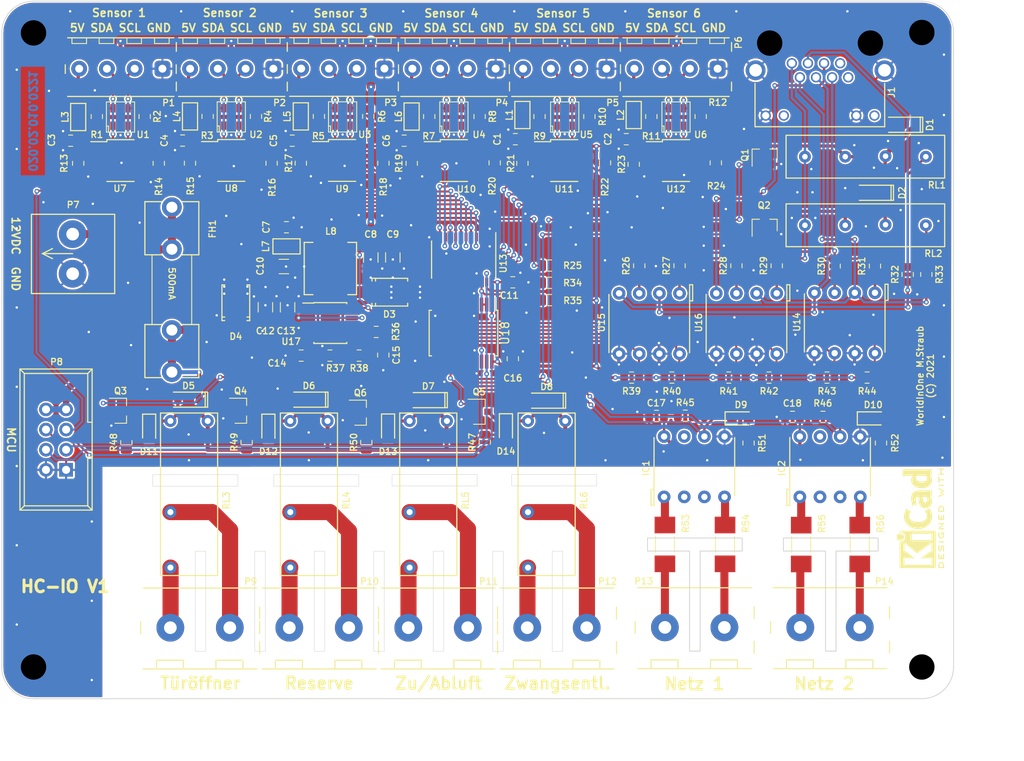
<source format=kicad_pcb>
(kicad_pcb (version 20211227) (generator pcbnew)
  (title_block (title "HomeControl Temperature/Humidity Sensor Interface") (date "2020-11-23") (rev "1.0") (company "WorldInOne M.Straub"))
  (layers (0 "F.Cu" signal) (31 "B.Cu" signal) (36 "B.SilkS" user "B.Silkscreen") (37 "F.SilkS" user "F.Silkscreen") (38 "B.Mask" user) (39 "F.Mask" user) (44 "Edge.Cuts" user))
  (net 0 "")
  (net 1 "Net-(D1-Pad2)")
  (net 2 "GND")
  (net 3 "Net-(C14-Pad1)")
  (net 4 "Net-(C15-Pad1)")
  (net 5 "Net-(D12-Pad1)")
  (net 6 "/5V ")
  (net 7 "Net-(IC2-Pad1)")
  (net 8 "Net-(L1-Pad2)")
  (net 9 "Net-(L2-Pad2)")
  (net 10 "Net-(L3-Pad2)")
  (net 11 "Net-(L4-Pad2)")
  (net 12 "/230V & general interface/230V1")
  (net 13 "Net-(L5-Pad2)")
  (net 14 "Net-(L6-Pad2)")
  (net 15 "Net-(R13-Pad2)")
  (net 16 "Net-(R17-Pad2)")
  (net 17 "/AM2315 sensors I2C interface/S0SDA")
  (net 18 "/AM2315 sensors I2C interface/S0SCL")
  (net 19 "/AM2315 sensors I2C interface/S1SDA")
  (net 20 "Net-(R18-Pad2)")
  (net 21 "/AM2315 sensors I2C interface/S1SCL")
  (net 22 "/AM2315 sensors I2C interface/S2SDA")
  (net 23 "Net-(R19-Pad2)")
  (net 24 "Net-(R20-Pad2)")
  (net 25 "Net-(IC1-Pad1)")
  (net 26 "/AM2315 sensors I2C interface/S2SCL")
  (net 27 "no_connect_(IC1-Pad2)")
  (net 28 "/SCL")
  (net 29 "/SDA")
  (net 30 "/AM2315 sensors I2C interface/S3SDA")
  (net 31 "/AM2315 sensors I2C interface/S3SCL")
  (net 32 "/AM2315 sensors I2C interface/S4SDA")
  (net 33 "Net-(P11-Pad1)")
  (net 34 "Net-(P11-Pad2)")
  (net 35 "Net-(P12-Pad1)")
  (net 36 "Net-(P12-Pad2)")
  (net 37 "no_connect_(IC1-Pad3)")
  (net 38 "no_connect_(IC2-Pad2)")
  (net 39 "/230V & general interface/230V2")
  (net 40 "Net-(IC2-Pad4)")
  (net 41 "no_connect_(IC2-Pad3)")
  (net 42 "Net-(R22-Pad2)")
  (net 43 "Net-(R23-Pad2)")
  (net 44 "/AM2315 sensors I2C interface/S4SCL")
  (net 45 "Net-(P13-Pad1)")
  (net 46 "Net-(P13-Pad2)")
  (net 47 "Net-(P14-Pad1)")
  (net 48 "/AM2315 sensors I2C interface/S5SDA")
  (net 49 "Net-(FH1-Pad1)")
  (net 50 "/AM2315 sensors I2C interface/S5SCL")
  (net 51 "Net-(R24-Pad2)")
  (net 52 "Net-(P14-Pad2)")
  (net 53 "no_connect_(U13-Pad17)")
  (net 54 "no_connect_(U13-Pad18)")
  (net 55 "no_connect_(U13-Pad19)")
  (net 56 "no_connect_(U13-Pad20)")
  (net 57 "Net-(D2-Pad2)")
  (net 58 "Net-(D13-Pad1)")
  (net 59 "Net-(D11-Pad1)")
  (net 60 "/12V")
  (net 61 "Net-(D14-Pad1)")
  (net 62 "Net-(D9-Pad2)")
  (net 63 "Net-(D12-Pad2)")
  (net 64 "Net-(R14-Pad2)")
  (net 65 "Net-(R15-Pad2)")
  (net 66 "Net-(R21-Pad2)")
  (net 67 "Net-(IC1-Pad4)")
  (net 68 "Net-(R16-Pad2)")
  (net 69 "/5VMCU")
  (net 70 "/NIORESET")
  (net 71 "Net-(D14-Pad2)")
  (net 72 "Net-(P9-Pad1)")
  (net 73 "/230V & general interface/AUX")
  (net 74 "/230V & general interface/DOOR")
  (net 75 "/230V & general interface/ZWANG")
  (net 76 "/230V & general interface/BTP6")
  (net 77 "/230V & general interface/ZUAB")
  (net 78 "/230V & general interface/ENTFON")
  (net 79 "Net-(R37-Pad2)")
  (net 80 "Net-(P9-Pad2)")
  (net 81 "Net-(P10-Pad1)")
  (net 82 "Net-(P10-Pad2)")
  (net 83 "Net-(D10-Pad2)")
  (net 84 "Net-(D11-Pad2)")
  (net 85 "Net-(R26-Pad1)")
  (net 86 "Net-(D13-Pad2)")
  (net 87 "Net-(R27-Pad1)")
  (net 88 "/NIOINT")
  (net 89 "/230V & general interface/BTP5")
  (net 90 "/230V & general interface/BTP4")
  (net 91 "/230V & general interface/BTP3")
  (net 92 "Net-(R28-Pad1)")
  (net 93 "/230V & general interface/BTP2")
  (net 94 "Net-(R30-Pad1)")
  (net 95 "no_connect_(U18-Pad4)")
  (net 96 "Net-(R29-Pad1)")
  (net 97 "Net-(R31-Pad1)")
  (net 98 "Net-(R32-Pad1)")
  (net 99 "Net-(R33-Pad1)")
  (net 100 "no_connect_(U18-Pad5)")
  (net 101 "no_connect_(J1-Pad8)")
  (net 102 "no_connect_(J1-Pad7)")
  (net 103 "/230V & general interface/BTP1")
  (net 104 "/230V & general interface/BTL6")
  (net 105 "/230V & general interface/BTL3")
  (net 106 "/230V & general interface/BTL4")
  (net 107 "/230V & general interface/BTL1")
  (net 108 "no_connect_(J1-PadGA)")
  (net 109 "no_connect_(J1-PadYA)")
  (net 110 "/230V & general interface/BTL7")
  (net 111 "/230V & general interface/ENTFRH")
  (net 112 "/230V & general interface/BTL5")
  (net 113 "Net-(D3-Pad1)")
  (net 114 "Net-(R36-Pad2)")
  (footprint "Resistor_SMD:R_0805_2012Metric" (layer "F.Cu") (at 200.8505 111.73968 90)
    (fp_text reference "R52")
    (fp_text value "4.7K")
  )
  (footprint "Resistor_SMD:R_0805_2012Metric" (layer "F.Cu") (at 204.216 90.4748 -90)
    (fp_text reference "R32")
    (fp_text value "10K")
  )
  (footprint "Resistor_SMD:R_0805_2012Metric" (layer "F.Cu") (at 182.626 89.378 90)
    (fp_text reference "R28")
    (fp_text value "150E")
  )
  (footprint "Diodes_SMD:SOD-323" (layer "F.Cu") (at 203.708 71.58736 180)
    (fp_text reference "D1")
    (fp_text value "1N4148WS")
  )
  (footprint "Housings_DIP:DIP-8_W7.62mm_Socketed" (layer "F.Cu") (at 173.504422 118.538283 90)
    (fp_text reference "IC1")
    (fp_text value "HCPL-3760")
  )
  (footprint "Housings_TO_SOT_SMD:SOT-23" (layer "F.Cu") (at 120.108696 107.66645)
    (fp_text reference "Q4")
    (fp_text value "BSS138")
  )
  (footprint "Terminal_Blocks:Terminal_Block_KF128_7.5mm-2pol" (layer "F.Cu") (at 115 135.04025 180)
    (fp_text reference "P9")
    (fp_text value "KF128-7.5-2")
  )
  (footprint "Inductors_SMD:INDC2012X110" (layer "F.Cu") (at 155.6385 70.358 90)
    (fp_text reference "L1")
    (fp_text value "FB")
  )
  (footprint "Inductors_SMD:INDC2012X110" (layer "F.Cu") (at 141.6685 70.5485 90)
    (fp_text reference "L6")
    (fp_text value "FB")
  )
  (footprint "Capacitor_SMD:C_0805_2012Metric_95" (layer "F.Cu") (at 168.7345 73.406 180)
    (fp_text reference "C2")
    (fp_text value "1µ")
  )
  (footprint "Capacitor_SMD:C_0805_2012Metric_95" (layer "F.Cu") (at 112.791 73.5815 180)
    (fp_text reference "C4")
    (fp_text value "1µ")
  )
  (footprint "Capacitor_SMD:C_0805_2012Metric_60" (layer "F.Cu") (at 189.687865 108.441002)
    (fp_text reference "C18")
    (fp_text value "100N")
  )
  (footprint "Capacitor_SMD:C_0805_2012Metric_95" (layer "F.Cu") (at 126.619 73.5965 180)
    (fp_text reference "C5")
    (fp_text value "1µ")
  )
  (footprint "Diodes_SMD:SMA_Standard" (layer "F.Cu") (at 119.507 94.0435 90)
    (fp_text reference "D4")
    (fp_text value "SS34")
  )
  (footprint "Terminal_Blocks:KF128-4-3.5" (layer "F.Cu") (at 132.9944 64.5 180)
    (fp_text reference "P3")
    (fp_text value "KF128-4-3.5")
  )
  (footprint "Capacitor_SMD:C_0805_2012Metric_60" (layer "F.Cu") (at 125.883858 84.5185)
    (fp_text reference "C7")
    (fp_text value "100N")
  )
  (footprint "Housings_DIP:DIP-8_W7.62mm_Socketed" (layer "F.Cu") (at 175.4505 92.85224 -90)
    (fp_text reference "U15")
    (fp_text value "LTV-827C")
  )
  (footprint "Housings_TO_SOT_SMD:SOT-23-6" (layer "F.Cu") (at 104.9655 70.612 90)
    (fp_text reference "U1")
    (fp_text value "USBLC6-2SC6")
  )
  (footprint "Resistor_SMD:R_0805_2012Metric" (layer "F.Cu") (at 159.0675 91.53144 180)
    (fp_text reference "R34")
    (fp_text value "2.2K")
  )
  (footprint "Resistor_SMD:R_0805_2012Metric" (layer "F.Cu") (at 186.7385 103.48468)
    (fp_text reference "R42")
    (fp_text value "1K")
  )
  (footprint "Capacitor_SMD:C_1206_3216Metric_95" (layer "F.Cu") (at 126.03099 94.615 90)
    (fp_text reference "C13")
    (fp_text value "22µ")
  )
  (footprint "Diodes_SMD:SOD-323" (layer "F.Cu") (at 158.691796 106.3962 180)
    (fp_text reference "D8")
    (fp_text value "1N4148WS")
  )
  (footprint "Resistor_SMD:R_0805_2012Metric" (layer "F.Cu") (at 101.981 70.5485 90)
    (fp_text reference "R1")
    (fp_text value "680E")
  )
  (footprint "Housings_TO_SOT_SMD:SOT-23" (layer "F.Cu") (at 150.182296 107.79345)
    (fp_text reference "Q5")
    (fp_text value "BSS138")
  )
  (footprint "Diodes_SMD:SOD-323" (layer "F.Cu") (at 113.547796 106.2692 180)
    (fp_text reference "D5")
    (fp_text value "1N4148WS")
  )
  (footprint "MountingHole:MountingHole_3.2mm_M3" (layer "F.Cu") (at 94 140)
    (fp_text reference "MH3" hide)
    (fp_text value "MHNP_M3")
  )
  (footprint "Resistor_SMD:R_0805_2012Metric" (layer "F.Cu") (at 122.047 70.5335 -90)
    (fp_text reference "R4")
    (fp_text value "680E")
  )
  (footprint "Resistor_SMD:R_0805_2012Metric" (layer "F.Cu") (at 108.0135 70.5485 -90)
    (fp_text reference "R2")
    (fp_text value "680E")
  )
  (footprint "Housings_SOIC:SOIC-8_3.9x4.9mm_Pitch1.27mm" (layer "F.Cu") (at 132.9055 76.185)
    (fp_text reference "U9")
    (fp_text value "P82B715")
  )
  (footprint "Inductors_SMD:INDC2012X110" (layer "F.Cu") (at 125.899858 86.9315 180)
    (fp_text reference "L7")
    (fp_text value "FB")
  )
  (footprint "Inductors_SMD:INDC2012X110" (layer "F.Cu") (at 113.7285 70.5335 90)
    (fp_text reference "L4")
    (fp_text value "FB")
  )
  (footprint "Resistor_SMD:R_0805_2012Metric" (layer "F.Cu") (at 150.241 70.5485 -90)
    (fp_text reference "R8")
    (fp_text value "680E")
  )
  (footprint "Housings_TO_SOT_SMD:SOT-23-6" (layer "F.Cu") (at 132.969 70.597 90)
    (fp_text reference "U3")
    (fp_text value "USBLC6-2SC6")
  )
  (footprint "Housings_TO_SOT_SMD:SOT-23-6" (layer "F.Cu") (at 175.006 70.612 90)
    (fp_text reference "U6")
    (fp_text value "USBLC6-2SC6")
  )
  (footprint "MountingHole:MountingHole_3.2mm_M3" (layer "F.Cu") (at 206 140)
    (fp_text reference "MH4" hide)
    (fp_text value "MHNP_M3")
  )
  (footprint "Resistor_SMD:R_0805_2012Metric" (layer "F.Cu") (at 113.7285 76.439 -90)
    (fp_text reference "R15")
    (fp_text value "2.2K")
  )
  (footprint "Housings_DIP:DIP-8_W7.62mm_Socketed" (layer "F.Cu") (at 200.0885 92.7862 -90)
    (fp_text reference "U14")
    (fp_text value "LTV-827C")
  )
  (footprint "Resistor_SMD:R_MELF_MMB-0207" (layer "F.Cu") (at 190.789032 124.55144 -90)
    (fp_text reference "R55")
    (fp_text value "82K")
  )
  (footprint "Resistor_SMD:R_0805_2012Metric" (layer "F.Cu") (at 171.8945 70.5485 90)
    (fp_text reference "R11")
    (fp_text value "680E")
  )
  (footprint "Housings_TO_SOT_SMD:SOT-23" (layer "F.Cu") (at 186.182 75.41768 90)
    (fp_text reference "Q1")
    (fp_text value "BSS138")
  )
  (footprint "Resistor_SMD:R_0805_2012Metric" (layer "F.Cu") (at 150.893496 111.63115 -90)
    (fp_text reference "R47")
    (fp_text value "3.3K")
  )
  (footprint "LEDs:LED_0805" (layer "F.Cu") (at 123.613896 110.00325 -90)
    (fp_text reference "D12")
    (fp_text value "LED0805-G")
  )
  (footprint "Housings_TO_SOT_SMD:SOT-23" (layer "F.Cu") (at 135.205071 107.91025)
    (fp_text reference "Q6")
    (fp_text value "BSS138")
  )
  (footprint "Resistor_SMD:R_0805_2012Metric" (layer "F.Cu") (at 195.0085 89.41816 90)
    (fp_text reference "R30")
    (fp_text value "150E")
  )
  (footprint "Housings_SOIC:SOIC-8_3.9x4.9mm_Pitch1.27mm" (layer "F.Cu") (at 147.0025 76.2)
    (fp_text reference "U10")
    (fp_text value "P82B715")
  )
  (footprint "Resistor_SMD:R_0805_2012Metric" (layer "F.Cu") (at 141.6835 76.454 -90)
    (fp_text reference "R19")
    (fp_text value "2.2K")
  )
  (footprint "Relays_THT:Relais_G5NB" (layer "F.Cu") (at 113.611296 118.2072 -90)
    (fp_text reference "RL3")
    (fp_text value "G5NB-5")
  )
  (footprint "Resistor_SMD:R_MELF_MMB-0207" (layer "F.Cu") (at 198.171835 124.55144 -90)
    (fp_text reference "R56")
    (fp_text value "82K")
  )
  (footprint "Resistor_SMD:R_0805_2012Metric" (layer "F.Cu") (at 169.672 76.581 -90)
    (fp_text reference "R23")
    (fp_text value "2.2K")
  )
  (footprint "Relays_THT:Relais_G5NB" (layer "F.Cu") (at 128.724296 118.2072 -90)
    (fp_text reference "RL4")
    (fp_text value "G5NB-5")
  )
  (footprint "Capacitor_SMD:C_1206_3216Metric_95" (layer "F.Cu") (at 123.23699 94.615 90)
    (fp_text reference "C12")
    (fp_text value "22µ")
  )
  (footprint "Relays_THT:Relais_G5NB" (layer "F.Cu") (at 143.769296 118.2072 -90)
    (fp_text reference "RL5")
    (fp_text value "G5NB-5")
  )
  (footprint "Resistor_SMD:R_0805_2012Metric" (layer "F.Cu") (at 137.20699 97.7265 180)
    (fp_text reference "R36")
    (fp_text value "27K")
  )
  (footprint "Terminal_Blocks:KF128-4-3.5" (layer "F.Cu") (at 175.006 64.516 180)
    (fp_text reference "P6")
    (fp_text value "KF128-4-3.5")
  )
  (footprint "Resistor_SMD:R_0805_2012Metric" (layer "F.Cu") (at 159.0675 93.71076 180)
    (fp_text reference "R35")
    (fp_text value "2.2K")
  )
  (footprint "Terminal_Blocks:Terminal_Block_KF128_7.5mm-2pol" (layer "F.Cu") (at 160 135.04025 180)
    (fp_text reference "P12")
    (fp_text value "KF128-7.5-2")
  )
  (footprint "Housings_SOIC:SOIC-8_3.9x4.9mm_Pitch1.27mm" (layer "F.Cu") (at 104.9655 76.2)
    (fp_text reference "U7")
    (fp_text value "P82B715")
  )
  (footprint "Resistor_SMD:R_0805_2012Metric" (layer "F.Cu") (at 166.0525 76.3905 -90)
    (fp_text reference "R22")
    (fp_text value "2.2K")
  )
  (footprint "Terminal_Blocks:KF128-4-3.5" (layer "F.Cu") (at 147.0152 64.516 180)
    (fp_text reference "P4")
    (fp_text value "KF128-4-3.5")
  )
  (footprint "Terminal_Blocks:KF128-4-3.5" (layer "F.Cu") (at 118.9912 64.516 180)
    (fp_text reference "P2")
    (fp_text value "KF128-4-3.5")
  )
  (footprint "Symbol:KiCad-Logo2_5mm_SilkScreen" (layer "F.Cu") (at 205.8035 121.24944 90)
    (fp_text reference "REF**" hide)
    (fp_text value "KiCad-Logo2_5mm_SilkScreen" hide)
  )
  (footprint "Housings_TO_SOT_SMD:SOT-23" (layer "F.Cu") (at 186.182 84.26704 90)
    (fp_text reference "Q2")
    (fp_text value "BSS138")
  )
  (footprint "Resistor_SMD:R_0805_2012Metric" (layer "F.Cu") (at 181.6585 103.48468)
    (fp_text reference "R41")
    (fp_text value "1K")
  )
  (footprint "Resistor_SMD:R_0805_2012Metric" (layer "F.Cu") (at 109.7915 76.454 -90)
    (fp_text reference "R14")
    (fp_text value "2.2K")
  )
  (footprint "Resistor_SMD:R_0805_2012Metric" (layer "F.Cu") (at 194.041 103.48468)
    (fp_text reference "R43")
    (fp_text value "1K")
  )
  (footprint "Terminal_Blocks:KF128-2-5.0" (layer "F.Cu") (at 98.933 87.884 90)
    (fp_text reference "P7")
    (fp_text value "KF128-2-5.0")
  )
  (footprint "Resistor_SMD:R_0805_2012Metric" (layer "F.Cu") (at 164.084 70.5485 -90)
    (fp_text reference "R10")
    (fp_text value "680E")
  )
  (footprint "Relays_THT:SIP-1A5" (layer "F.Cu") (at 198.882 75.6158)
    (fp_text reference "RL1")
    (fp_text value "SIP-1A5")
  )
  (footprint "Capacitor_SMD:C_0805_2012Metric_60" (layer "F.Cu") (at 154.432 101.10724 -90)
    (fp_text reference "C16")
    (fp_text value "100N")
  )
  (footprint "Resistor_SMD:R_0805_2012Metric" (layer "F.Cu") (at 105.704596 111.67965 -90)
    (fp_text reference "R48")
    (fp_text value "3.3K")
  )
  (footprint "Resistor_SMD:R_0805_2012Metric" (layer "F.Cu") (at 124.0155 76.439 -90)
    (fp_text reference "R16")
    (fp_text value "2.2K")
  )
  (footprint "Housings_SSOP:TSSOP-24_4.4x7.8mm_Pitch0.65mm" (layer "F.Cu") (at 148.209 88.59827 -90)
    (fp_text reference "U13")
    (fp_text value "PCA9548A")
  )
  (footprint "Capacitor_SMD:C_1206_3216Metric_95" (layer "F.Cu") (at 136.52049 88.3315 -90)
    (fp_text reference "C8")
    (fp_text value "22µ")
  )
  (footprint "Resistor_SMD:R_MELF_MMB-0207" (layer "F.Cu") (at 173.609 124.5333 -90)
    (fp_text reference "R53")
    (fp_text value "82K")
  )
  (footprint "Terminal_Blocks:Terminal_Block_KF128_7.5mm-2pol" (layer "F.Cu") (at 145 135.04025 180)
    (fp_text reference "P11")
    (fp_text value "KF128-7.5-2")
  )
  (footprint "Housings_DIP:DIP-8_W7.62mm_Socketed" (layer "F.Cu") (at 190.618835 118.538283 90)
    (fp_text reference "IC2")
    (fp_text value "HCPL-3760")
  )
  (footprint "Housings_TO_SOT_SMD:SOT-23-6" (layer "F.Cu") (at 118.9355 70.597 90)
    (fp_text reference "U2")
    (fp_text value "USBLC6-2SC6")
  )
  (footprint "Fuse_Holders_and_Fuses:Fuseholder5x20_horizontal_open_inline_1" (layer "F.Cu") (at 111.4425 92.3925 -90)
    (fp_text reference "FH1")
    (fp_text value "FC5X20")
  )
  (footprint "Terminal_Blocks:Terminal_Block_KF128_7.5mm-2pol" (layer "F.Cu") (at 130 135.04025 180)
    (fp_text reference "P10")
    (fp_text value "KF128-7.5-2")
  )
  (footprint "Capacitor_SMD:C_0805_2012Metric_60" (layer "F.Cu") (at 154.432 91.4654)
    (fp_text reference "C11")
    (fp_text value "100N")
  )
  (footprint "LEDs:LED_0805" (layer "F.Cu") (at 108.577096 110.00325 -90)
    (fp_text reference "D11")
    (fp_text value "LED0805-G")
  )
  (footprint "Resistor_SMD:R_0805_2012Metric" (layer "F.Cu") (at 175.4505 89.378 90)
    (fp_text reference "R27")
    (fp_text value "150E")
  )
  (footprint "Capacitor_SMD:C_0805_2012Metric_60" (layer "F.Cu") (at 138.09599 100.6475 -90)
    (fp_text reference "C15")
    (fp_text value "1.8N")
  )
  (footprint "Resistor_SMD:R_0805_2012Metric" (layer "F.Cu") (at 200.0885 89.41816 90)
    (fp_text reference "R31")
    (fp_text value "560E")
  )
  (footprint "Capacitor_SMD:C_0805_2012Metric_60" (layer "F.Cu") (at 127.74549 100.711 180)
    (fp_text reference "C14")
    (fp_text value "100N")
  )
  (footprint "Resistor_SMD:R_0805_2012Metric" (layer "F.Cu") (at 131.36499 100.711)
    (fp_text reference "R37")
    (fp_text value "9.53K")
  )
  (footprint "Housings_TO_SOT_SMD:SOT-23-6" (layer "F.Cu") (at 160.9725 70.612 90)
    (fp_text reference "U5")
    (fp_text value "USBLC6-2SC6")
  )
  (footprint "Relays_THT:Relais_G5NB" (layer "F.Cu") (at 158.691796 118.2072 -90)
    (fp_text reference "RL6")
    (fp_text value "G5NB-5")
  )
  (footprint "Connectors:RJ45_LEDs_Shield" (layer "F.Cu") (at 199.517 61.28512 180)
    (fp_text reference "J1")
    (fp_text value "RJ45_LEDs_Shield")
  )
  (footprint "LEDs:LED_0805" (layer "F.Cu") (at 183.10098 108.6358)
    (fp_text reference "D9")
    (fp_text value "LED0805-Y")
  )
  (footprint "LEDs:LED_0805" (layer "F.Cu") (at 153.560496 109.95245 -90)
    (fp_text reference "D14")
    (fp_text value "LED0805-G")
  )
  (footprint "Resistor_SMD:R_0805_2012Metric" (layer "F.Cu") (at 184.15 111.73968 90)
    (fp_text reference "R51")
    (fp_text value "4.7K")
  )
  (footprint "Resistor_SMD:R_0805_2012Metric" (layer "F.Cu") (at 129.9845 70.5335 90)
    (fp_text reference "R5")
    (fp_text value "680E")
  )
  (footprint "Housings_SOIC:SOIC-8_3.9x4.9mm_Pitch1.27mm" (layer "F.Cu") (at 118.9355 76.185)
    (fp_text reference "U8")
    (fp_text value "P82B715")
  )
  (footprint "Capacitor_SMD:C_0805_2012Metric_60" (layer "F.Cu") (at 172.547322 108.321622)
    (fp_text reference "C17")
    (fp_text value "100N")
  )
  (footprint "Resistor_SMD:R_0805_2012Metric" (layer "F.Cu") (at 127.6985 76.439 -90)
    (fp_text reference "R17")
    (fp_text value "2.2K")
  )
  (footprint "Housings_TO_SOT_SMD:SOT-23" (layer "F.Cu") (at 104.970296 107.66645)
    (fp_text reference "Q3")
    (fp_text value "BSS138")
  )
  (footprint "LEDs:LED_0805" (layer "F.Cu") (at 138.701496 109.98547 -90)
    (fp_text reference "D13")
    (fp_text value "LED0805-G")
  )
  (footprint "Terminal_Blocks:KF128-4-3.5" (layer "F.Cu") (at 160.9852 64.516 180)
    (fp_text reference "P5")
    (fp_text value "KF128-4-3.5")
  )
  (footprint "Resistor_SMD:R_0805_2012Metric" (layer "F.Cu") (at 115.951 70.5335 90)
    (fp_text reference "R3")
    (fp_text value "680E")
  )
  (footprint "Relays_THT:SIP-1A5" (layer "F.Cu") (at 198.882 84.26704)
    (fp_text reference "RL2")
    (fp_text value "SIP-1A5")
  )
  (footprint "Housings_DIP:DIP-8_W7.62mm_Socketed" (layer "F.Cu") (at 187.706 92.85224 -90)
    (fp_text reference "U16")
    (fp_text value "LTV-827C")
  )
  (footprint "Resistor_SMD:R_0805_2012Metric" (layer "F.Cu") (at 155.6385 76.454 -90)
    (fp_text reference "R21")
    (fp_text value "2.2K")
  )
  (footprint "Resistor_SMD:R_MELF_MMB-0207" (layer "F.Cu") (at 181.187922 124.5333 -90)
    (fp_text reference "R54")
    (fp_text value "82K")
  )
  (footprint "Inductors_SMD:INDC2012X110" (layer "F.Cu") (at 99.6315 70.612 90)
    (fp_text reference "L3")
    (fp_text value "FB")
  )
  (footprint "Resistor_SMD:R_0805_2012Metric" (layer "F.Cu") (at 206.5655 90.4748 -90)
    (fp_text reference "R33")
    (fp_text value "10K")
  )
  (footprint "Terminal_Blocks:KF128-4-3.5" (layer "F.Cu") (at 105.0036 64.516 180)
    (fp_text reference "P1")
    (fp_text value "KF128-4-3.5")
  )
  (footprint "Housings_SOIC:SOIC-8-1EP_3.9x4.9mm_Pitch1.27mm_PowerPAD" (layer "F.Cu") (at 131.42149 96.604)
    (fp_text reference "U17")
    (fp_text value "AOZ3015")
  )
  (footprint "Diodes_SMD:SOD-323" (layer "F.Cu") (at 143.769296 106.3327 180)
    (fp_text reference "D7")
    (fp_text value "1N4148WS")
  )
  (footprint "Resistor_SMD:R_0805_2012Metric" (layer "F.Cu") (at 138.1125 76.439 -90)
    (fp_text reference "R18")
    (fp_text value "2.2K")
  )
  (footprint "Diodes_SMD:SOD-323" (layer "F.Cu") (at 128.724296 106.2692 180)
    (fp_text reference "D6")
    (fp_text value "1N4148WS")
  )
  (footprint "LEDs:LED_0805" (layer "F.Cu") (at 199.771 108.6358)
    (fp_text reference "D10")
    (fp_text value "LED0805-Y")
  )
  (footprint "Inductors_SMD:INDC2012X110" (layer "F.Cu") (at 169.672 70.358 90)
    (fp_text reference "L2")
    (fp_text value "FB")
  )
  (footprint "Capacitor_SMD:C_1206_3216Metric_95" (layer "F.Cu") (at 139.30249 88.3315 -90)
    (fp_text reference "C9")
    (fp_text value "22µ")
  )
  (footprint "Resistor_SMD:R_0805_2012Metric" (layer "F.Cu") (at 187.706 89.378 90)
    (fp_text reference "R29")
    (fp_text value "150E")
  )
  (footprint "Housings_SOIC:SOIC-8_3.9x4.9mm_Pitch1.27mm" (layer "F.Cu") (at 160.909 76.2)
    (fp_text reference "U11")
    (fp_text value "P82B715")
  )
  (footprint "Resistor_SMD:R_0805_2012Metric" (layer "F.Cu") (at 143.891 70.5485 90)
    (fp_text reference "R7")
    (fp_text value "680E")
  )
  (footprint "Resistor_SMD:R_0805_2012Metric" (layer "F.Cu") (at 180.0225 76.3905 -90)
    (fp_text reference "R24")
    (fp_text value "2.2K")
  )
  (footprint "Resistor_SMD:R_0805_2012Metric" (layer "F.Cu") (at 136.2075 70.5335 -90)
    (fp_text reference "R6")
    (fp_text value "680E")
  )
  (footprint "Capacitor_SMD:C_0805_2012Metric_95" (layer "F.Cu") (at 140.731 73.5965 180)
    (fp_text reference "C6")
    (fp_text value "1µ")
  )
  (footprint "Diodes_SMD:SOD-323" (layer "F.Cu") (at 200.025 80.17256 180)
    (fp_text reference "D2")
    (fp_text value "1N4148WS")
  )
  (footprint "Capacitor_SMD:C_0805_2012Metric_95" (layer "F.Cu") (at 98.679 73.5965 180)
    (fp_text reference "C3")
    (fp_text value "1µ")
  )
  (footprint "Resistor_SMD:R_0805_2012Metric" (layer "F.Cu") (at 193.531365 108.441362)
    (fp_text reference "R46")
    (fp_text value "4.7K")
  )
  (footprint "Resistor_SMD:R_0805_2012Metric" (layer "F.Cu") (at 170.3705 89.378 90)
    (fp_text reference "R26")
    (fp_text value "150E")
  )
  (footprint "Capacitor_SMD:C_0805_2012Metric_95" (layer "F.Cu") (at 154.7495 73.406 180)
    (fp_text reference "C1")
    (fp_text value "1µ")
  )
  (footprint "Housings_TO_SOT_SMD:SOT-23-6" (layer "F.Cu") (at 147.0025 70.612 90)
    (fp_text reference "U4")
    (fp_text value "USBLC6-2SC6")
  )
  (footprint "Terminal_Blocks:Terminal_Block_KF128_7.5mm-2pol" (layer "F.Cu") (at 194.425335 135.00136 180)
    (fp_text reference "P14")
    (fp_text value "KF128-7.5-2")
  )
  (footprint "Capacitor_SMD:C_1206_3216Metric_95" (layer "F.Cu") (at 125.566358 89.4715)
    (fp_text reference "C10")
    (fp_text value "22µ")
  )
  (footprint "Resistor_SMD:R_0805_2012Metric" (layer "F.Cu") (at 159.0675 89.35212)
    (fp_text reference "R25")
    (fp_text value "2.2K")
  )
  (footprint "Resistor_SMD:R_0805_2012Metric" (layer "F.Cu") (at 178.1175 70.5485 -90)
    (fp_text reference "R12")
    (fp_text value "680E")
  )
  (footprint "MountingHole:MountingHole_3.2mm_M3" (layer "F.Cu") (at 206 59.946)
    (fp_text reference "MH2" hide)
    (fp_text value "MHNP_M3")
  )
  (footprint "Inductors_SMD:Inductor_0630" (layer "F.Cu") (at 131.42849 89.7255 90)
    (fp_text reference "L8")
    (fp_text value "10µ")
  )
  (footprint "Terminal_Blocks:Terminal_Block_KF128_7.5mm-2pol" (layer "F.Cu") (at 177.355634 135.001421 180)
    (fp_text reference "P13")
    (fp_text value "KF128-7.5-2")
  )
  (footprint "Resistor_SMD:R_0805_2012Metric" (layer "F.Cu") (at 176.174922 108.296222)
    (fp_text reference "R45")
    (fp_text value "4.7K")
  )
  (footprint "Resistor_SMD:R_0805_2012Metric" (layer "F.Cu") (at 152.146 76.3905 -90)
    (fp_text reference "R20")
    (fp_text value "2.2K")
  )
  (footprint "Resistor_SMD:R_0805_2012Metric" (layer "F.Cu") (at 199.106 103.48468)
    (fp_text reference "R44")
    (fp_text value "1K")
  )
  (footprint "Resistor_SMD:R_0805_2012Metric" (layer "F.Cu") (at 135.04799 100.711)
    (fp_text reference "R38")
    (fp_text value "49.9K")
  )
  (footprint "Inductors_SMD:INDC2012X110" (layer "F.Cu") (at 127.6985 70.5335 90)
    (fp_text reference "L5")
    (fp_text value "FB")
  )
  (footprint "Resistor_SMD:R_0805_2012Metric" (layer "F.Cu") (at 120.870696 111.65655 -90)
    (fp_text reference "R49")
    (fp_text value "3.3K")
  )
  (footprint "Resistor_SMD:R_0805_2012Metric" (layer "F.Cu") (at 157.7975 70.5485 90)
    (fp_text reference "R9")
    (fp_text value "680E")
  )
  (footprint "Connectors:IDC_Header_Straight_8pins" (layer "F.Cu") (at 96.8375 111.3155 90)
    (fp_text reference "P8")
    (fp_text value "IDCMV-4-2")
  )
  (footprint "Resistor_SMD:R_0805_2012Metric" (layer "F.Cu") (at 174.483 103.48468)
    (fp_text reference "R40")
    (fp_text value "1K")
  )
  (footprint "Resistor_SMD:R_0805_2012Metric" (layer "F.Cu") (at 169.403 103.48468)
    (fp_text reference "R39")
    (fp_text value "1K")
  )
  (footprint "Resistor_SMD:R_0805_2012Metric" (layer "F.Cu") (at 99.6315 76.454 -90)
    (fp_text reference "R13")
    (fp_text value "2.2K")
  )
  (footprint "Diodes_SMD:SMA_Standard" (layer "F.Cu") (at 138.92149 92.71)
    (fp_text reference "D3")
    (fp_text value "SS34")
  )
  (footprint "Housings_SOIC:SOIC-8_3.9x4.9mm_Pitch1.27mm" (layer "F.Cu") (at 175.006 76.2)
    (fp_text reference "U12")
    (fp_text value "P82B715")
  )
  (footprint "Resistor_SMD:R_0805_2012Metric" (layer "F.Cu") (at 135.958296 111.65655 -90)
    (fp_text reference "R50")
    (fp_text value "3.3K")
  )
  (footprint "Housings_SSOP:SSOP-24_5.3x8.2mm_Pitch0.65mm" (layer "F.Cu") (at 148.209 97.87128 -90)
    (fp_text reference "U18")
    (fp_text value "PCF8575")
  )
  (footprint "MountingHole:MountingHole_3.2mm_M3" (layer "F.Cu") (at 94 60)
    (fp_text reference "MH1" hide)
    (fp_text value "MHNP_M3")
  )
  (gr_arc (start 89.999998 59.999998) (mid 91.171572 57.171571) (end 94 56) (layer "Edge.Cuts") (width 0.1))
  (gr_arc (start 93.999998 144) (mid 91.171571 142.828426) (end 90 139.999998) (layer "Edge.Cuts") (width 0.1))
  (gr_rect (start 153.228796 138.01713) (end 151.895296 125.38825) (layer "Edge.Cuts") (width 0.05) (fill none))
  (gr_rect (start 135.010296 115.7307) (end 124.278796 117.1912) (layer "Edge.Cuts") (width 0.05) (fill none))
  (gr_poly (pts (xy 188.551585 125.37011) (xy 193.853835 125.37011) (xy 193.853835 137.99899) (xy 195.187335 137.99899) (xy 195.187335 125.37011) (xy 200.489585 125.37011) (xy 200.489585 123.71911) (xy 188.551585 123.71911) (xy 188.551585 125.37011)) (layer "Edge.Cuts") (width 0.1) (fill none))
  (gr_rect (start 138.228796 138.01713) (end 136.895296 125.38825) (layer "Edge.Cuts") (width 0.05) (fill none))
  (gr_line (start 94 56) (end 206 56) (layer "Edge.Cuts") (width 0.1))
  (gr_rect (start 145.728796 138.01713) (end 144.395296 125.38825) (layer "Edge.Cuts") (width 0.05) (fill none))
  (gr_arc (start 210 140) (mid 208.828426 142.828427) (end 205.999998 143.999998) (layer "Edge.Cuts") (width 0.1))
  (gr_rect (start 119.770796 115.7307) (end 109.039296 117.1912) (layer "Edge.Cuts") (width 0.05) (fill none))
  (gr_rect (start 115.728796 138.01713) (end 114.395296 125.38825) (layer "Edge.Cuts") (width 0.05) (fill none))
  (gr_rect (start 165.014046 115.70208) (end 154.282546 117.16258) (layer "Edge.Cuts") (width 0.05) (fill none))
  (gr_line (start 210 60) (end 210 140) (layer "Edge.Cuts") (width 0.1))
  (gr_line (start 205.999998 143.999998) (end 93.999998 144) (layer "Edge.Cuts") (width 0.1))
  (gr_poly (pts (xy 171.41825 125.37011) (xy 176.7205 125.37011) (xy 176.7205 137.99899) (xy 178.054 137.99899) (xy 178.054 125.37011) (xy 183.35625 125.37011) (xy 183.35625 123.71911) (xy 171.41825 123.71911) (xy 171.41825 125.37011)) (layer "Edge.Cuts") (width 0.1) (fill none))
  (gr_rect (start 149.932796 115.70208) (end 139.201296 117.16258) (layer "Edge.Cuts") (width 0.05) (fill none))
  (gr_rect (start 123.228796 138.01713) (end 121.895296 125.38825) (layer "Edge.Cuts") (width 0.05) (fill none))
  (gr_arc (start 206.000002 55.999998) (mid 208.828429 57.171572) (end 210 60) (layer "Edge.Cuts") (width 0.1))
  (gr_line (start 90 140) (end 90 60) (layer "Edge.Cuts") (width 0.1))
  (gr_rect (start 160.728796 138.01713) (end 159.395296 125.38825) (layer "Edge.Cuts") (width 0.05) (fill none))
  (gr_rect (start 130.728796 138.01713) (end 129.395296 125.38825) (layer "Edge.Cuts") (width 0.05) (fill none))
  (gr_text "020.02.010.0221" (at 93.90975 71.11462 270) (layer "B.Cu") (effects (font (size 0.9906 0.9906) (thickness 0.24765)) (justify mirror)))
  (gr_text "Zu/Abluft" (at 145.061296 142.04375) (layer "F.SilkS") (effects (font (size 1.5 1.5) (thickness 0.3))))
  (gr_text "Netz 2" (at 193.695335 142.113) (layer "F.SilkS") (effects (font (size 1.5 1.5) (thickness 0.3))))
  (gr_text "5V SDA SCL GND" (at 104.9655 59.36975) (layer "F.SilkS") (effects (font (size 1 1) (thickness 0.2))))
  (gr_text "Türöffner" (at 115.030296 142.04375) (layer "F.SilkS") (effects (font (size 1.5 1.5) (thickness 0.3))))
  (gr_text "Sensor 1" (at 104.775 57.46475) (layer "F.SilkS") (effects (font (size 1 1) (thickness 0.2))))
  (gr_text "500mA" (at 111.4425 91.6305 270) (layer "F.SilkS") (effects (font (size 0.8128 0.8128) (thickness 0.1524))))
  (gr_text "5V SDA SCL GND" (at 132.969 59.36975) (layer "F.SilkS") (effects (font (size 1 1) (thickness 0.2))))
  (gr_text "Sensor 3" (at 132.715 57.52825) (layer "F.SilkS") (effects (font (size 1 1) (thickness 0.2))))
  (gr_text "HC-IO V1" (at 97.9805 129.83464) (layer "F.SilkS") (effects (font (size 1.5 1.5) (thickness 0.375))))
  (gr_text "Reserve" (at 130.016296 142.04375) (layer "F.SilkS") (effects (font (size 1.5 1.5) (thickness 0.3))))
  (gr_text "Sensor 6" (at 174.752 57.52825) (layer "F.SilkS") (effects (font (size 1 1) (thickness 0.2))))
  (gr_text "Netz 1" (at 177.338731 142.131561) (layer "F.SilkS") (effects (font (size 1.5 1.5) (thickness 0.3))))
  (gr_text "MCU" (at 91.186 111.34344 270) (layer "F.SilkS") (effects (font (size 1 1) (thickness 0.2))))
  (gr_text "5V SDA SCL GND" (at 160.909 59.36975) (layer "F.SilkS") (effects (font (size 1 1) (thickness 0.2))))
  (gr_text "Sensor 4" (at 146.685 57.52825) (layer "F.SilkS") (effects (font (size 1 1) (thickness 0.2))))
  (gr_text "Sensor 2" (at 118.745 57.46475) (layer "F.SilkS") (effects (font (size 1 1) (thickness 0.2))))
  (gr_text "5V SDA SCL GND" (at 174.9425 59.36975) (layer "F.SilkS") (effects (font (size 1 1) (thickness 0.2))))
  (gr_text "Zwangsentl." (at 160.047296 142.04375) (layer "F.SilkS") (effects (font (size 1.5 1.5) (thickness 0.3))))
  (gr_text "5V SDA SCL GND" (at 147.0025 59.36975) (layer "F.SilkS") (effects (font (size 1 1) (thickness 0.2))))
  (gr_text "WorldInOne M.Straub\n(C) 2021" (at 206.4385 103.28656 90) (layer "F.SilkS") (effects (font (size 0.8128 0.8128) (thickness 0.1524))))
  (gr_text "12VDC  GND" (at 91.7575 87.884 270) (layer "F.SilkS") (effects (font (size 1 1) (thickness 0.2))))
  (gr_text "5V SDA SCL GND" (at 118.999 59.36975) (layer "F.SilkS") (effects (font (size 1 1) (thickness 0.2))))
  (gr_text "Sensor 5" (at 160.782 57.52825) (layer "F.SilkS") (effects (font (size 1 1) (thickness 0.2))))
  (segment (start 194.99388 74.26768) (end 196.342 75.6158) (width 0.4064) (layer "F.Cu") (net 1))
  (segment (start 198.32956 75.6158) (end 202.358 71.58736) (width 0.4064) (layer "F.Cu") (net 1))
  (segment (start 196.342 75.6158) (end 198.32956 75.6158) (width 0.4064) (layer "F.Cu") (net 1))
  (segment (start 186.182 74.26768) (end 194.99388 74.26768) (width 0.4064) (layer "F.Cu") (net 1))
  (segment (start 130.41249 99.5045) (end 130.41249 100.696) (width 0.4064) (layer "F.Cu") (net 2))
  (segment (start 97.7415 73.5965) (end 97.7415 72.405) (width 0.4064) (layer "F.Cu") (net 2))
  (segment (start 155.68906 100.16974) (end 155.702 100.18268) (width 0.4064) (layer "F.Cu") (net 2))
  (segment (start 153.812 73.406) (end 153.812 74.564) (width 0.4064) (layer "F.Cu") (net 2))
  (segment (start 167.797 72.2145) (end 167.782 72.1995) (width 0.4064) (layer "F.Cu") (net 2))
  (segment (start 118.65102 92.9005) (end 120.42902 91.1225) (width 0.4064) (layer "F.Cu") (net 2))
  (segment (start 154.432 100.16974) (end 155.68906 100.16974) (width 0.4064) (layer "F.Cu") (net 2))
  (segment (start 172.306 78.105) (end 171.0055 78.105) (width 0.4064) (layer "F.Cu") (net 2))
  (segment (start 126.03099 92.075) (end 126.03099 93.215) (width 0.4064) (layer "F.Cu") (net 2))
  (segment (start 158.209 78.105) (end 156.9085 78.105) (width 0.4064) (layer "F.Cu") (net 2))
  (segment (start 172.847 99.12604) (end 172.847 100.48866) (width 0.3048) (layer "F.Cu") (net 2))
  (segment (start 118.58498 91.1225) (end 118.0465 91.1225) (width 0.4064) (layer "F.Cu") (net 2))
  (segment (start 140.92047 92.71) (end 141.61897 93.4085) (width 0.4064) (layer "F.Cu") (net 2))
  (segment (start 120.42902 91.1225) (end 120.9675 91.1225) (width 0.4064) (layer "F.Cu") (net 2))
  (segment (start 139.30249 89.7315) (end 140.69349 89.7315) (width 0.4064) (layer "F.Cu") (net 2))
  (segment (start 132.969 72.8195) (end 132.969 71.697) (width 0.4064) (layer "F.Cu") (net 2))
  (segment (start 160.9725 71.712) (end 160.9725 72.771) (width 0.4064) (layer "F.Cu") (net 2))
  (segment (start 144.3025 78.105) (end 143.002 78.105) (width 0.4064) (layer "F.Cu") (net 2))
  (segment (start 140.69349 89.7315) (end 140.69949 89.7255) (width 0.4064) (layer "F.Cu") (net 2))
  (segment (start 156.4005 91.4654) (end 155.3695 91.4654) (width 0.4064) (layer "F.Cu") (net 2))
  (segment (start 128.72149 97.239) (end 127.44849 97.239) (width 0.4064) (layer "F.Cu") (net 2))
  (segment (start 139.7935 72.405) (end 139.7785 72.39) (width 0.4064) (layer "F.Cu") (net 2))
  (segment (start 130.269 78.09) (end 128.9685 78.09) (width 0.4064) (layer "F.Cu") (net 2))
  (segment (start 124.63399 93.218) (end 123.23999 93.218) (width 0.4064) (layer "F.Cu") (net 2))
  (segment (start 187.132 85.41704) (end 188.25018 85.41704) (width 0.4064) (layer "F.Cu") (net 2))
  (segment (start 126.79299 83.312) (end 126.79299 84.490132) (width 0.4064) (layer "F.Cu") (net 2))
  (segment (start 140.92047 92.71) (end 140.22197 92.0115) (width 0.4064) (layer "F.Cu") (net 2))
  (segment (start 119.507 92.04452) (end 118.58498 91.1225) (width 0.4064) (layer "F.Cu") (net 2))
  (segment (start 125.8085 72.39) (end 125.7935 72.375) (width 0.4064) (layer "F.Cu") (net 2))
  (segment (start 126.966358 89.4715) (end 128.12649 89.4715) (width 0.4064) (layer "F.Cu") (net 2))
  (segment (start 126.966358 89.4715) (end 125.84049 89.4715) (width 0.4064) (layer "F.Cu") (net 2))
  (segment (start 142.73149 92.71) (end 140.92047 92.71) (width 0.4064) (layer "F.Cu") (net 2))
  (segment (start 153.812 73.406) (end 153.812 72.248) (width 0.4064) (layer "F.Cu") (net 2))
  (segment (start 120.9675 92.0115) (end 119.54002 92.0115) (width 0.4064) (layer "F.Cu") (net 2))
  (segment (start 126.03099 94.361) (end 126.03099 93.215) (width 0.4064) (layer "F.Cu") (net 2))
  (segment (start 151.1785 85.78081) (end 151.1785 86.59481) (width 0.254) (layer "F.Cu") (net 2))
  (segment (start 167.797 73.406) (end 167.797 72.2145) (width 0.4064) (layer "F.Cu") (net 2))
  (segment (start 151.1785 85.78081) (end 151.1785 85.04531) (width 0.254) (layer "F.Cu") (net 2))
  (segment (start 97.7415 74.788) (end 97.7265 74.803) (width 0.4064) (layer "F.Cu") (net 2))
  (segment (start 167.797 73.406) (end 167.797 74.5975) (width 0.4064) (layer "F.Cu") (net 2))
  (segment (start 140.22197 93.4085) (end 139.11199 93.4085) (width 0.4064) (layer "F.Cu") (net 2))
  (segment (start 117.939496 108.61645) (end 117.924296 108.63165) (width 0.4064) (layer "F.Cu") (net 2))
  (segment (start 136.52049 90.8565) (end 136.50849 90.8685) (width 0.4064) (layer "F.Cu") (net 2))
  (segment (start 127.80899 84.5185) (end 126.821358 84.5185) (width 0.4064) (layer "F.Cu") (net 2))
  (segment (start 185.136 101.90226) (end 185.136 100.52216) (width 0.4064) (layer "F.Cu") (net 2))
  (segment (start 97.7415 73.5965) (end 97.7415 74.788) (width 0.4064) (layer "F.Cu") (net 2))
  (segment (start 139.11199 92.71) (end 140.92047 92.71) (width 0.4064) (layer "F.Cu") (net 2))
  (segment (start 144.634 94.62504) (end 144.634 95.67296) (width 0.3048) (layer "F.Cu") (net 2))
  (segment (start 121.83999 93.218) (end 123.23399 93.218) (width 0.4064) (layer "F.Cu") (net 2))
  (segment (start 175.006 71.712) (end 175.006 72.771) (width 0.4064) (layer "F.Cu") (net 2))
  (segment (start 167.8005 101.83368) (end 167.8005 100.52216) (width 0.4064) (layer "F.Cu") (net 2))
  (segment (start 171.09567 107.80747) (end 170.127547 107.80747) (width 0.3048) (layer "F.Cu") (net 2))
  (segment (start 123.23699 94.361) (end 123.23699 93.215) (width 0.4064) (layer "F.Cu") (net 2))
  (segment (start 136.52049 89.7315) (end 136.52049 90.8565) (width 0.4064) (layer "F.Cu") (net 2))
  (segment (start 147.0025 71.712) (end 147.0025 72.8345) (width 0.4064) (layer "F.Cu") (net 2))
  (segment (start 104.9655 72.898) (end 104.9655 71.712) (width 0.508) (layer "F.Cu") (net 2))
  (segment (start 151.8285 85.78081) (end 151.8285 86.61781) (width 0.254) (layer "F.Cu") (net 2))
  (segment (start 123.23699 92.075) (end 123.23699 93.215) (width 0.4064) (layer "F.Cu") (net 2))
  (segment (start 151.1785 85.04531) (end 151.515 84.70881) (width 0.254) (layer "F.Cu") (net 2))
  (segment (start 139.30249 89.7315) (end 139.30249 88.5825) (width 0.4064) (layer "F.Cu") (net 2))
  (segment (start 126.03099 93.215) (end 127.42499 93.215) (width 0.4064) (layer "F.Cu") (net 2))
  (segment (start 153.812 74.564) (end 153.8605 74.6125) (width 0.4064) (layer "F.Cu") (net 2))
  (segment (start 149.834 101.47128) (end 149.834 100.2786) (width 0.3048) (layer "F.Cu") (net 2))
  (segment (start 171.609822 108.321622) (end 171.09567 107.80747) (width 0.3048) (layer "F.Cu") (net 2))
  (segment (start 97.7415 72.405) (end 97.7265 72.39) (width 0.4064) (layer "F.Cu") (net 2))
  (segment (start 127.44849 97.239) (end 127.42799 97.2185) (width 0.4064) (layer "F.Cu") (net 2))
  (segment (start 167.797 74.5975) (end 167.782 74.6125) (width 0.4064) (layer "F.Cu") (net 2))
  (segment (start 126.966358 90.851368) (end 126.98349 90.8685) (width 0.4064) (layer "F.Cu") (net 2))
  (segment (start 139.7935 73.5965) (end 139.7935 72.405) (width 0.4064) (layer "F.Cu") (net 2))
  (segment (start 137.96299 89.7315) (end 137.96899 89.7255) (width 0.4064) (layer "F.Cu") (net 2))
  (segment (start 149.834 91.44827) (end 149.834 90.36872) (width 0.3048) (layer "F.Cu") (net 2))
  (segment (start 124.63399 93.218) (end 126.02799 93.218) (width 0.4064) (layer "F.Cu") (net 2))
  (segment (start 149.834 90.36872) (end 149.86 90.34272) (width 0.3048) (layer "F.Cu") (net 2))
  (segment (start 120.36298 92.9005) (end 120.9675 92.9005) (width 0.4064) (layer "F.Cu") (net 2))
  (segment (start 118.958696 108.61645) (end 117.939496 108.61645) (width 0.4064) (layer "F.Cu") (net 2))
  (segment (start 127.42499 93.215) (end 127.42799 93.218) (width 0.4064) (layer "F.Cu") (net 2))
  (segment (start 125.77699 100.711) (end 126.80799 100.711) (width 0.4064) (layer "F.Cu") (net 2))
  (segment (start 141.61897 92.0115) (end 142.73149 92.0115) (width 0.4064) (layer "F.Cu") (net 2))
  (segment (start 125.8085 74.773) (end 125.7935 74.788) (width 0.4064) (layer "F.Cu") (net 2))
  (segment (start 151.8285 85.78081) (end 151.8285 85.02231) (width 0.254) (layer "F.Cu") (net 2))
  (segment (start 136.52049 88.5945) (end 136.50849 88.5825) (width 0.4064) (layer "F.Cu") (net 2))
  (segment (start 139.30249 89.7315) (end 139.30249 90.8685) (width 0.4064) (layer "F.Cu") (net 2))
  (segment (start 151.1785 86.59481) (end 151.515 86.93131) (width 0.254) (layer "F.Cu") (net 2))
  (segment (start 140.22197 92.0115) (end 139.11199 92.0115) (width 0.4064) (layer "F.Cu") (net 2))
  (segment (start 139.30249 89.7315) (end 137.97499 89.7315) (width 0.4064) (layer "F.Cu") (net 2))
  (segment (start 144.634 95.67296) (end 144.653 95.69196) (width 0.3048) (layer "F.Cu") (net 2))
  (segment (start 132.991821 108.86025) (end 132.989071 108.863) (width 0.4064) (layer "F.Cu") (net 2))
  (segment (start 141.61897 93.4085) (end 142.73149 93.4085) (width 0.4064) (layer "F.Cu") (net 2))
  (segment (start 118.9355 72.883) (end 118.9355 71.697) (width 0.4064) (layer "F.Cu") (net 2))
  (segment (start 151.8285 85.02231) (end 151.515 84.70881) (width 0.254) (layer "F.Cu") (net 2))
  (segment (start 172.8805 101.83368) (end 172.8805 100.52216) (width 0.4064) (layer "F.Cu") (net 2))
  (segment (start 102.2655 78.105) (end 100.92182 78.105) (width 0.4064) (layer "F.Cu") (net 2))
  (segment (start 134.055071 108.86025) (end 132.991821 108.86025) (width 0.4064) (layer "F.Cu") (net 2))
  (segment (start 118.65102 92.9005) (end 118.0465 92.9005) (width 0.4064) (layer "F.Cu") (net 2))
  (segment (start 136.52049 89.7315) (end 136.52049 88.5945) (width 0.4064) (layer "F.Cu") (net 2))
  (segment (start 139.7935 73.5965) (end 139.7935 74.788) (width 0.4064) (layer "F.Cu") (net 2))
  (segment (start 103.823046 108.6192) (end 103.823046 109.53285) (width 0.4064) (layer "F.Cu") (net 2))
  (segment (start 119.507 92.04452) (end 120.36298 92.9005) (width 0.4064) (layer "F.Cu") (net 2))
  (segment (start 125.8085 73.5815) (end 125.8085 74.773) (width 0.4064) (layer "F.Cu") (net 2))
  (segment (start 103.823046 109.53285) (end 103.809596 109.5463) (width 0.4064) (layer "F.Cu") (net 2))
  (segment (start 192.4385 101.83368) (end 192.4385 100.45612) (width 0.4064) (layer "F.Cu") (net 2))
  (segment (start 130.41249 101.9175) (end 130.41249 100.726) (width 0.4064) (layer "F.Cu") (net 2))
  (segment (start 154.41906 100.18268) (end 153.2255 100.18268) (width 0.4064) (layer "F.Cu") (net 2))
  (segment (start 138.09599 102.5525) (end 138.09599 101.585) (width 0.4064) (layer "F.Cu") (net 2))
  (segment (start 136.52049 89.7315) (end 137.96299 89.7315) (width 0.4064) (layer "F.Cu") (net 2))
  (segment (start 187.704365 108.441002) (end 188.750365 108.441002) (width 0.4064) (layer "F.Cu") (net 2))
  (segment (start 100.92182 78.105) (end 100.9015 78.12532) (width 0.4064) (layer "F.Cu") (net 2))
  (segment (start 180.056 101.89972) (end 180.056 100.52216) (width 0.4064) (layer "F.Cu") (net 2))
  (segment (start 125.8085 73.5815) (end 125.8085 72.39) (width 0.4064) (layer "F.Cu") (net 2))
  (segment (start 155.3845 90.2589) (end 155.3845 91.4504) (width 0.4064) (layer "F.Cu") (net 2))
  (segment (start 116.2355 78.09) (end 114.935 78.09) (width 0.4064) (layer "F.Cu") (net 2))
  (segment (start 139.7935 74.788) (end 139.7785 74.803) (width 0.4064) (layer "F.Cu") (net 2))
  (segment (start 188.25018 85.41704) (end 188.2775 85.38972) (width 0.4064) (layer "F.Cu") (net 2))
  (segment (start 153.812 72.248) (end 153.8605 72.1995) (width 0.4064) (layer "F.Cu") (net 2))
  (segment (start 151.8285 86.61781) (end 151.515 86.93131) (width 0.254) (layer "F.Cu") (net 2))
  (segment (start 187.132 76.56768) (end 188.25018 76.56768) (width 0.4064) (layer "F.Cu") (net 2))
  (segment (start 126.966358 89.4715) (end 126.966358 90.851368) (width 0.4064) (layer "F.Cu") (net 2))
  (segment (start 149.032296 108.74345) (end 147.963546 108.74345) (width 0.4064) (layer "F.Cu") (net 2))
  (segment (start 137.97499 89.7315) (end 137.96899 89.7255) (width 0.4064) (layer "F.Cu") (net 2))
  (segment (start 188.25018 76.56768) (end 188.2775 76.54036) (width 0.4064) (layer "F.Cu") (net 2))
  (segment (start 197.5185 101.83368) (end 197.5185 100.45612) (width 0.4064) (layer "F.Cu") (net 2))
  (segment (start 149.834 100.2786) (end 149.606 100.0506) (width 0.3048) (layer "F.Cu") (net 2))
  (via (at 208.788 108.458) (size 0.6) (drill 0.3) (layers "F.Cu" "B.Cu") (net 2))
  (via (at 126.03099 92.075) (size 0.6) (drill 0.3) (layers "F.Cu" "B.Cu") (net 2))
  (via (at 199.898 95.55988) (size 0.6) (drill 0.3) (layers "F.Cu" "B.Cu") (net 2))
  (via (at 95.25 81.36128) (size 0.6) (drill 0.3) (layers "F.Cu" "B.Cu") (net 2))
  (via (at 138.09599 102.5525) (size 0.6) (drill 0.3) (layers "F.Cu" "B.Cu") (net 2))
  (via (at 185.136 101.89972) (size 0.6) (drill 0.3) (layers "F.Cu" "B.Cu") (net 2))
  (via (at 101.346 121.64568) (size 0.6) (drill 0.3) (layers "F.Cu" "B.Cu") (net 2))
  (via (at 178.4985 84.46516) (size 0.6) (drill 0.3) (layers "F.Cu" "B.Cu") (net 2))
  (via (at 153.8605 74.6125) (size 0.6) (drill 0.3) (layers "F.Cu" "B.Cu") (net 2))
  (via (at 149.5425 95.69196) (size 0.6) (drill 0.3) (layers "F.Cu" "B.Cu") (net 2))
  (via (at 169.418 84.5312) (size 0.6) (drill 0.3) (layers "F.Cu" "B.Cu") (net 2))
  (via (at 158.361096 110.46045) (size 0.6) (drill 0.3) (layers "F.Cu" "B.Cu") (net 2))
  (via (at 205.994 79.71028) (size 0.6) (drill 0.3) (layers "F.Cu" "B.Cu") (net 2))
  (via (at 95.9485 67.31) (size 0.6) (drill 0.3) (layers "F.Cu" "B.Cu") (net 2))
  (via (at 126.03099 94.361) (size 0.6) (drill 0.3) (layers "F.Cu" "B.Cu") (net 2))
  (via (at 104.9655 72.898) (size 0.6) (drill 0.3) (layers "F.Cu" "B.Cu") (net 2))
  (via (at 98.6155 57.277) (size 0.6) (drill 0.3) (layers "F.Cu" "B.Cu") (net 2))
  (via (at 155.702 100.18268) (size 0.6) (drill 0.3) (layers "F.Cu" "B.Cu") (net 2))
  (via (at 181.0385 86.8426) (size 0.6) (drill 0.3) (layers "F.Cu" "B.Cu") (net 2))
  (via (at 156.083 86.71052) (size 0.6) (drill 0.3) (layers "F.Cu" "B.Cu") (net 2))
  (via (at 91.8845 74.643) (size 0.6) (drill 0.3) (layers "F.Cu" "B.Cu") (net 2))
  (via (at 188.2775 76.54036) (size 0.6) (drill 0.3) (layers "F.Cu" "B.Cu") (net 2))
  (via (at 124.63399 93.218) (size 0.6) (drill 0.3) (layers "F.Cu" "B.Cu") (net 2))
  (via (at 122.8725 97.5995) (size 0.6) (drill 0.3) (layers "F.Cu" "B.Cu") (net 2))
  (via (at 197.485 74.16292) (size 0.6) (drill 0.3) (layers "F.Cu" "B.Cu") (net 2))
  (via (at 126.79299 83.312) (size 0.6) (drill 0.3) (layers "F.Cu" "B.Cu") (net 2))
  (via (at 147.0025 72.8345) (size 0.6) (drill 0.3) (layers "F.Cu" "B.Cu") (net 2))
  (via (at 91.8845 114.643) (size 0.6) (drill 0.3) (layers "F.Cu" "B.Cu") (net 2))
  (via (at 184.785 89.94648) (size 0.6) (drill 0.3) (layers "F.Cu" "B.Cu") (net 2))
  (via (at 108.784309 78.820979) (size 0.6) (drill 0.3) (layers "F.Cu" "B.Cu") (net 2))
  (via (at 119.253 76.80452) (size 0.6) (drill 0.3) (layers "F.Cu" "B.Cu") (net 2))
  (via (at 163.6395 103.48468) (size 0.6) (drill 0.3) (layers "F.Cu" "B.Cu") (net 2))
  (via (at 120.9675 92.0115) (size 0.6) (drill 0.3) (layers "F.Cu" "B.Cu") (net 2))
  (via (at 192.57489 83.34248) (size 0.6) (drill 0.3) (layers "F.Cu" "B.Cu") (net 2))
  (via (at 161.7345 84.5312) (size 0.6) (drill 0.3) (layers "F.Cu" "B.Cu") (net 2))
  (via (at 208.788 100.838) (size 0.6) (drill 0.3) (layers "F.Cu" "B.Cu") (net 2))
  (via (at 115.824 98.99396) (size 0.6) (drill 0.3) (layers "F.Cu" "B.Cu") (net 2))
  (via (at 188.2775 85.38972) (size 0.6) (drill 0.3) (layers "F.Cu" "B.Cu") (net 2))
  (via (at 162.3695 86.71052) (size 0.6) (drill 0.3) (layers "F.Cu" "B.Cu") (net 2))
  (via (at 149.5425 92.85224) (size 0.6) (drill 0.3) (layers "F.Cu" "B.Cu") (net 2))
  (via (at 140.6155 57.277) (size 0.6) (drill 0.3) (layers "F.Cu" "B.Cu") (net 2))
  (via (at 187.704365 108.441002) (size 0.6) (drill 0.3) (layers "F.Cu" "B.Cu") (net 2))
  (via (at 118.9355 72.883) (size 0.6) (drill 0.3) (layers "F.Cu" "B.Cu") (net 2))
  (via (at 97.7265 72.39) (size 0.6) (drill 0.3) (layers "F.Cu" "B.Cu") (net 2))
  (via (at 192.4385 101.83368) (size 0.6) (drill 0.3) (layers "F.Cu" "B.Cu") (net 2))
  (via (at 149.606 100.0506) (size 0.6) (drill 0.3) (layers "F.Cu" "B.Cu") (net 2))
  (via (at 190.0555 98.0694) (size 0.6) (drill 0.3) (layers "F.Cu" "B.Cu") (net 2))
  (via (at 172.593 105.26776) (size 0.6) (drill 0.3) (layers "F.Cu" "B.Cu") (net 2))
  (via (at 152.2095 82.55) (size 0.6) (drill 0.3) (layers "F.Cu" "B.Cu") (net 2))
  (via (at 172.466 89.41816) (size 0.6) (drill 0.3) (layers "F.Cu" "B.Cu") (net 2))
  (via (at 125.7935 74.788) (size 0.6) (drill 0.3) (layers "F.Cu" "B.Cu") (net 2))
  (via (at 151.515 84.70881) (size 0.6) (drill 0.3) (layers "F.Cu" "B.Cu") (net 2))
  (via (at 135.3185 79.18196) (size 0.6) (drill 0.3) (layers "F.Cu" "B.Cu") (net 2))
  (via (at 167.005 107.44708) (size 0.6) (drill 0.3) (layers "F.Cu" "B.Cu") (net 2))
  (via (at 128.12649 89.4715) (size 0.6) (drill 0.3) (layers "F.Cu" "B.Cu") (net 2))
  (via (at 139.11199 92.0115) (size 0.6) (drill 0.3) (layers "F.Cu" "B.Cu") (net 2))
  (via (at 128.7145 113.919) (size 0.6) (drill 0.3) (layers "F.Cu" "B.Cu") (net 2))
  (via (at 178.4985 89.94648) (size 0.6) (drill 0.3) (layers "F.Cu" "B.Cu") (net 2))
  (via (at 192.06689 77.176435) (size 0.6) (drill 0.3) (layers "F.Cu" "B.Cu") (net 2))
  (via (at 208.788 62.738) (size 0.6) (drill 0.3) (layers "F.Cu" "B.Cu") (net 2))
  (via (at 182.6155 57.277) (size 0.6) (drill 0.3) (layers "F.Cu" "B.Cu") (net 2))
  (via (at 170.1165 80.63484) (size 0.6) (drill 0.3) (layers "F.Cu" "B.Cu") (net 2))
  (via (at 127.42799 93.218) (size 0.6) (drill 0.3) (layers "F.Cu" "B.Cu") (net 2))
  (via (at 178.3715 80.70088) (size 0.6) (drill 0.3) (layers "F.Cu" "B.Cu") (net 2))
  (via (at 130.2385 78.9178) (size 0.6) (drill 0.3) (layers "F.Cu" "B.Cu") (net 2))
  (via (at 156.0195 82.81416) (size 0.6) (drill 0.3) (layers "F.Cu" "B.Cu") (net 2))
  (via (at 131.572 83.5406) (size 0.6) (drill 0.3) (layers "F.Cu" "B.Cu") (net 2))
  (via (at 167.782 72.1995) (size 0.6) (drill 0.3) (layers "F.Cu" "B.Cu") (net 2))
  (via (at 143.38779 110.149451) (size 0.6) (drill 0.3) (layers "F.Cu" "B.Cu") (net 2))
  (via (at 150.368 80.43672) (size 0.6) (drill 0.3) (layers "F.Cu" "B.Cu") (net 2))
  (via (at 130.41249 101.9175) (size 0.6) (drill 0.3) (layers "F.Cu" "B.Cu") (net 2))
  (via (at 202.8825 77.06868) (size 0.6) (drill 0.3) (layers "F.Cu" "B.Cu") (net 2))
  (via (at 197.5185 101.83368) (size 0.6) (drill 0.3) (layers "F.Cu" "B.Cu") (net 2))
  (via (at 101.473 81.5594) (size 0.6) (drill 0.3) (layers "F.Cu" "B.Cu") (net 2))
  (via (at 124.782296 104.87245) (size 0.6) (drill 0.3) (layers "F.Cu" "B.Cu") (net 2))
  (via (at 143.891 85.78596) (size 0.6) (drill 0.3) (layers "F.Cu" "B.Cu") (net 2))
  (via (at 128.9685 78.09) (size 0.6) (drill 0.3) (layers "F.Cu" "B.Cu") (net 2))
  (via (at 139.11199 93.4085) (size 0.6) (drill 0.3) (layers "F.Cu" "B.Cu") (net 2))
  (via (at 157.988 84.39912) (size 0.6) (drill 0.3) (layers "F.Cu" "B.Cu") (net 2))
  (via (at 178.4985 86.8426) (size 0.6) (drill 0.3) (layers "F.Cu" "B.Cu") (net 2))
  (via (at 173.355 82.08772) (size 0.6) (drill 0.3) (layers "F.Cu" "B.Cu") (net 2))
  (via (at 168.6155 57.277) (size 0.6) (drill 0.3) (layers "F.Cu" "B.Cu") (net 2))
  (via (at 139.7785 72.39) (size 0.6) (drill 0.3) (layers "F.Cu" "B.Cu") (net 2))
  (via (at 166.116 113.919) (size 0.6) (drill 0.3) (layers "F.Cu" "B.Cu") (net 2))
  (via (at 142.73149 92.0115) (size 0.6) (drill 0.3) (layers "F.Cu" "B.Cu") (net 2))
  (via (at 180.056 101.89972) (size 0.6) (drill 0.3) (layers "F.Cu" "B.Cu") (net 2))
  (via (at 208.0895 83.73872) (size 0.6) (drill 0.3) (layers "F.Cu" "B.Cu") (net 2))
  (via (at 208.788 94.37116) (size 0.6) (drill 0.3) (layers "F.Cu" "B.Cu") (net 2))
  (via (at 155.3845 90.2589) (size 0.6) (drill 0.3) (layers "F.Cu" "B.Cu") (net 2))
  (via (at 175.006 72.771) (size 0.6) (drill 0.3) (layers "F.Cu" "B.Cu") (net 2))
  (via (at 113.6015 113.919) (size 0.6) (drill 0.3) (layers "F.Cu" "B.Cu") (net 2))
  (via (at 122.7455 79.77632) (size 0.6) (drill 0.3) (layers "F.Cu" "B.Cu") (net 2))
  (via (at 117.094 95.631) (size 0.6) (drill 0.3) (layers "F.Cu" "B.Cu") (net 2))
  (via (at 178.943 113.919) (size 0.6) (drill 0.3) (layers "F.Cu" "B.Cu") (net 2))
  (via (at 126.6155 57.277) (size 0.6) (drill 0.3) (layers "F.Cu" "B.Cu") (net 2))
  (via (at 101.346 141.64568) (size 0.6) (drill 0.3) (layers "F.Cu" "B.Cu") (net 2))
  (via (at 114.935 78.09) (size 0.6) (drill 0.3) (layers "F.Cu" "B.Cu") (net 2))
  (via (at 91.8845 124.643) (size 0.6) (drill 0.3) (layers "F.Cu" "B.Cu") (net 2))
  (via (at 167.8005 101.83368) (size 0.6) (drill 0.3) (layers "F.Cu" "B.Cu") (net 2))
  (via (at 156.1465 95.29572) (size 0.6) (drill 0.3) (layers "F.Cu" "B.Cu") (net 2))
  (via (at 91.8845 84.643) (size 0.6) (drill 0.3) (layers "F.Cu" "B.Cu") (net 2))
  (via (at 165.67941 94.63532) (size 0.6) (drill 0.3) (layers "F.Cu" "B.Cu") (net 2))
  (via (at 108.340296 104.93756) (size 0.6) (drill 0.3) (layers "F.Cu" "B.Cu") (net 2))
  (via (at 151.515 86.93131) (size 0.6) (drill 0.3) (layers "F.Cu" "B.Cu") (net 2))
  (via (at 196.9135 98.13544) (size 0.6) (drill 0.3) (layers "F.Cu" "B.Cu") (net 2))
  (via (at 118.0465 92.9005) (size 0.6) (drill 0.3) (layers "F.Cu" "B.Cu") (net 2))
  (via (at 166.0525 88.69172) (size 0.6) (drill 0.3) (layers "F.Cu" "B.Cu") (net 2))
  (via (at 137.950628 83.04813) (size 0.6) (drill 0.3) (layers "F.Cu" "B.Cu") (net 2))
  (via (at 153.8605 72.1995) (size 0.6) (drill 0.3) (layers "F.Cu" "B.Cu") (net 2))
  (via (at 118.3005 83.07832) (size 0.6) (drill 0.3) (layers "F.Cu" "B.Cu") (net 2))
  (via (at 173.444422 112.804722) (size 0.6) (drill 0.3) (layers "F.Cu" "B.Cu") (net 2))
  (via (at 174.4345 106.45648) (size 0.6) (drill 0.3) (layers "F.Cu" "B.Cu") (net 2))
  (via (at 118.0465 92.0115) (size 0.6) (drill 0.3) (layers "F.Cu" "B.Cu") (net 2))
  (via (at 135.001 82.98209) (size 0.6) (drill 0.3) (layers "F.Cu" "B.Cu") (net 2))
  (via (at 101.346 131.64568) (size 0.6) (drill 0.3) (layers "F.Cu" "B.Cu") (net 2))
  (via (at 113.555496 110.66365) (size 0.6) (drill 0.3) (layers "F.Cu" "B.Cu") (net 2))
  (via (at 142.1765 96.4184) (size 0.6) (drill 0.3) (layers "F.Cu" "B.Cu") (net 2))
  (via (at 112.6155 57.277) (size 0.6) (drill 0.3) (layers "F.Cu" "B.Cu") (net 2))
  (via (at 183.5785 72.11568) (size 0.6) (drill 0.3) (layers "F.Cu" "B.Cu") (net 2))
  (via (at 149.86 90.34272) (size 0.6) (drill 0.3) (layers "F.Cu" "B.Cu") (net 2))
  (via (at 91.8845 104.643) (size 0.6) (drill 0.3) (layers "F.Cu" "B.Cu") (net 2))
  (via (at 100.9015 78.12532) (size 0.6) (drill 0.3) (layers "F.Cu" "B.Cu") (net 2))
  (via (at 196.342 79.5782) (size 0.6) (drill 0.3) (layers "F.Cu" "B.Cu") (net 2))
  (via (at 149.86 102.95636) (size 0.6) (drill 0.3) (layers "F.Cu" "B.Cu") (net 2))
  (via (at 147.963546 108.74345) (size 0.6) (drill 0.3) (layers "F.Cu" "B.Cu") (net 2))
  (via (at 172.847 99.12604) (size 0.6) (drill 0.3) (layers "F.Cu" "B.Cu") (net 2))
  (via (at 100.965 97.7265) (size 0.6) (drill 0.3) (layers "F.Cu" "B.Cu") (net 2))
  (via (at 201.7395 73.6346) (size 0.6) (drill 0.3) (layers "F.Cu" "B.Cu") (net 2))
  (via (at 142.73149 92.71) (size 0.6) (drill 0.3) (layers "F.Cu" "B.Cu") (net 2))
  (via (at 141.605 84.26704) (size 0.6) (drill 0.3) (layers "F.Cu" "B.Cu") (net 2))
  (via (at 143.002 78.105) (size 0.6) (drill 0.3) (layers "F.Cu" "B.Cu") (net 2))
  (via (at 142.73149 93.4085) (size 0.6) (drill 0.3) (layers "F.Cu" "B.Cu") (net 2))
  (via (at 199.9615 77.00264) (size 0.6) (drill 0.3) (layers "F.Cu" "B.Cu") (net 2))
  (via (at 121.539 100.965) (size 0.6) (drill 0.3) (layers "F.Cu" "B.Cu") (net 2))
  (via (at 120.9675 92.9005) (size 0.6) (drill 0.3) (layers "F.Cu" "B.Cu") (net 2))
  (via (at 162.4965 95.03156) (size 0.6) (drill 0.3) (layers "F.Cu" "B.Cu") (net 2))
  (via (at 105.918 91.53144) (size 0.6) (drill 0.3) (layers "F.Cu" "B.Cu") (net 2))
  (via (at 117.924296 108.63165) (size 0.6) (drill 0.3) (layers "F.Cu" "B.Cu") (net 2))
  (via (at 128.693896 110.40965) (size 0.6) (drill 0.3) (layers "F.Cu" "B.Cu") (net 2))
  (via (at 111.8385 72.375) (size 0.6) (drill 0.3) (layers "F.Cu" "B.Cu") (net 2))
  (via (at 127.80899 84.5185) (size 0.6) (drill 0.3) (layers "F.Cu" "B.Cu") (net 2))
  (via (at 139.7785 74.803) (size 0.6) (drill 0.3) (layers "F.Cu" "B.Cu") (net 2))
  (via (at 132.969 72.8195) (size 0.6) (drill 0.3) (layers "F.Cu" "B.Cu") (net 2))
  (via (at 121.793 93.24848) (size 0.6) (drill 0.3) (layers "F.Cu" "B.Cu") (net 2))
  (via (at 156.4005 91.4654) (size 0.6) (drill 0.3) (layers "F.Cu" "B.Cu") (net 2))
  (via (at 184.658 98.66376) (size 0.6) (drill 0.3) (layers "F.Cu" "B.Cu") (net 2))
  (via (at 120.9675 91.1225) (size 0.6) (drill 0.3) (layers "F.Cu" "B.Cu") (net 2))
  (via (at 166.37 82.61604) (size 0.6) (drill 0.3) (layers "F.Cu" "B.Cu") (net 2))
  (via (at 147.32 76.454) (size 0.6) (drill 0.3) (layers "F.Cu" "B.Cu") (net 2))
  (via (at 143.764 113.919) (size 0.6) (drill 0.3) (layers "F.Cu" "B.Cu") (net 2))
  (via (at 123.23699 94.361) (size 0.6) (drill 0.3) (layers "F.Cu" "B.Cu") (net 2))
  (via (at 105.0925 76.3905) (size 0.6) (drill 0.3) (layers "F.Cu" "B.Cu") (net 2))
  (via (at 177.7365 98.99396) (size 0.6) (drill 0.3) (layers "F.Cu" "B.Cu") (net 2))
  (via (at 153.2255 100.18268) (size 0.6) (drill 0.3) (layers "F.Cu" "B.Cu") (net 2))
  (via (at 144.653 95.69196) (size 0.6) (drill 0.3) (layers "F.Cu" "B.Cu") (net 2))
  (via (at 205.613 73.89876) (size 0.6) (drill 0.3) (layers "F.Cu" "B.Cu") (net 2))
  (via (at 136.50849 88.5825) (size 0.6) (drill 0.3) (layers "F.Cu" "B.Cu") (net 2))
  (via (at 139.0015 79.248) (size 0.6) (drill 0.3) (layers "F.Cu" "B.Cu") (net 2))
  (via (at 161.925 100.31476) (size 0.6) (drill 0.3) (layers "F.Cu" "B.Cu") (net 2))
  (via (at 193.4845 95.22489) (size 0.6) (drill 0.3) (layers "F.Cu" "B.Cu") (net 2))
  (via (at 140.69949 89.7255) (size 0.6) (drill 0.3) (layers "F.Cu" "B.Cu") (net 2))
  (via (at 91.8845 134.643) (size 0.6) (drill 0.3) (layers "F.Cu" "B.Cu") (net 2))
  (via (at 140.208 78.359) (size 0.6) (drill 0.3) (layers "F.Cu" "B.Cu") (net 2))
  (via (at 203.327 82.35188) (size 0.6) (drill 0.3) (layers "F.Cu" "B.Cu") (net 2))
  (via (at 190.3095 92.52204) (size 0.6) (drill 0.3) (layers "F.Cu" "B.Cu") (net 2))
  (via (at 103.809596 109.5463) (size 0.6) (drill 0.3) (layers "F.Cu" "B.Cu") (net 2))
  (via (at 205.4225 92.98432) (size 0.6) (drill 0.3) (layers "F.Cu" "B.Cu") (net 2))
  (via (at 189.611 83.34248) (size 0.6) (drill 0.3) (layers "F.Cu" "B.Cu") (net 2))
  (via (at 174.1805 95.95612) (size 0.6) (drill 0.3) (layers "F.Cu" "B.Cu") (net 2))
  (via (at 111.8385 74.788) (size 0.6) (drill 0.3) (layers "F.Cu" "B.Cu") (net 2))
  (via (at 208.5975 113.5888) (size 0.6) (drill 0.3) (layers "F.Cu" "B.Cu") (net 2))
  (via (at 196.6155 57.277) (size 0.6) (drill 0.3) (layers "F.Cu" "B.Cu") (net 2))
  (via (at 170.127547 107.80747) (size 0.6) (drill 0.3) (layers "F.Cu" "B.Cu") (net 2))
  (via (at 117.733796 104.99945) (size 0.6) (drill 0.3) (layers "F.Cu" "B.Cu") (net 2))
  (via (at 171.0055 78.105) (size 0.6) (drill 0.3) (layers "F.Cu" "B.Cu") (net 2))
  (via (at 146.05 87.8332) (size 0.6) (drill 0.3) (layers "F.Cu" "B.Cu") (net 2))
  (via (at 120.2055 86.64448) (size 0.6) (drill 0.3) (layers "F.Cu" "B.Cu") (net 2))
  (via (at 208.788 70.358) (size 0.6) (drill 0.3) (layers "F.Cu" "B.Cu") (net 2))
  (via (at 192.2145 80.10652) (size 0.6) (drill 0.3) (layers "F.Cu" "B.Cu") (net 2))
  (via (at 198.5645 113.919) (size 0.6) (drill 0.3) (layers "F.Cu" "B.Cu") (net 2))
  (via (at 154.6155 57.277) (size 0.6) (drill 0.3) (layers "F.Cu" "B.Cu") (net 2))
  (via (at 167.782 74.6125) (size 0.6) (drill 0.3) (layers "F.Cu" "B.Cu") (net 2))
  (via (at 110.6805 70.485) (size 0.6) (drill 0.3) (layers "F.Cu" "B.Cu") (net 2))
  (via (at 145.796 104.013) (size 0.6) (drill 0.3) (layers "F.Cu" "B.Cu") (net 2))
  (via (at 163.8935 82.74812) (size 0.6) (drill 0.3) (layers "F.Cu" "B.Cu") (net 2))
  (via (at 91.8845 64.643) (size 0.6) (drill 0.3) (layers "F.Cu" "B.Cu") (net 2))
  (via (at 127.42799 97.2185) (size 0.6) (drill 0.3) (layers "F.Cu" "B.Cu") (net 2))
  (via (at 176.022 77.9272) (size 0.6) (drill 0.3) (layers "F.Cu" "B.Cu") (net 2))
  (via (at 125.84049 89.4715) (size 0.6) (drill 0.3) (layers "F.Cu" "B.Cu") (net 2))
  (via (at 133.223 76.7715) (size 0.6) (drill 0.3) (layers "F.Cu" "B.Cu") (net 2))
  (via (at 139.30249 90.8685) (size 0.6) (drill 0.3) (layers "F.Cu" "B.Cu") (net 2))
  (via (at 198.9455 84.39912) (size 0.6) (drill 0.3) (layers "F.Cu" "B.Cu") (net 2))
  (via (at 107.3785 83.93684) (size 0.6) (drill 0.3) (layers "F.Cu" "B.Cu") (net 2))
  (via (at 182.372 95.89008) (size 0.6) (drill 0.3) (layers "F.Cu" "B.Cu") (net 2))
  (via (at 132.989071 108.863) (size 0.6) (drill 0.3) (layers "F.Cu" "B.Cu") (net 2))
  (via (at 125.77699 100.711) (size 0.6) (drill 0.3) (layers "F.Cu" "B.Cu") (net 2))
  (via (at 190.3095 80.10652) (size 0.6) (drill 0.3) (layers "F.Cu" "B.Cu") (net 2))
  (via (at 160.9725 72.771) (size 0.6) (drill 0.3) (layers "F.Cu" "B.Cu") (net 2))
  (via (at 123.2535 92.05976) (size 0.6) (drill 0.3) (layers "F.Cu" "B.Cu") (net 2))
  (via (at 139.30249 88.5825) (size 0.6) (drill 0.3) (layers "F.Cu" "B.Cu") (net 2))
  (via (at 130.41249 99.5045) (size 0.6) (drill 0.3) (layers "F.Cu" "B.Cu") (net 2))
  (via (at 135.3185 104.54132) (size 0.6) (drill 0.3) (layers "F.Cu" "B.Cu") (net 2))
  (via (at 190.6905 113.85296) (size 0.6) (drill 0.3) (layers "F.Cu" "B.Cu") (net 2))
  (via (at 97.7265 74.803) (size 0.6) (drill 0.3) (layers "F.Cu" "B.Cu") (net 2))
  (via (at 106.299 99.3902) (size 0.6) (drill 0.3) (layers "F.Cu" "B.Cu") (net 2))
  (via (at 91.8845 94.643) (size 0.6) (drill 0.3) (layers "F.Cu" "B.Cu") (net 2))
  (via (at 172.8805 101.83368) (size 0.6) (drill 0.3) (layers "F.Cu" "B.Cu") (net 2))
  (via (at 126.98349 90.8685) (size 0.6) (drill 0.3) (layers "F.Cu" "B.Cu") (net 2))
  (via (at 139.11199 92.71) (size 0.6) (drill 0.3) (layers "F.Cu" "B.Cu") (net 2))
  (via (at 181.2925 82.2198) (size 0.6) (drill 0.3) (layers "F.Cu" "B.Cu") (net 2))
  (via (at 125.7935 72.375) (size 0.6) (drill 0.3) (layers "F.Cu" "B.Cu") (net 2))
  (via (at 136.50849 90.8685) (size 0.6) (drill 0.3) (layers "F.Cu" "B.Cu") (net 2))
  (via (at 142.113 101.3714) (size 0.6) (drill 0.3) (layers "F.Cu" "B.Cu") (net 2))
  (via (at 162.6235 79.9084) (size 0.6) (drill 0.3) (layers "F.Cu" "B.Cu") (net 2))
  (via (at 202.5015 92.91828) (size 0.6) (drill 0.3) (layers "F.Cu" "B.Cu") (net 2))
  (via (at 137.96899 89.7255) (size 0.6) (drill 0.3) (layers "F.Cu" "B.Cu") (net 2))
  (via (at 118.0465 91.1225) (size 0.6) (drill 0.3) (layers "F.Cu" "B.Cu") (net 2))
  (via (at 156.9085 78.105) (size 0.6) (drill 0.3) (layers "F.Cu" "B.Cu") (net 2))
  (via (at 101.727 67.2465) (size 0.6) (drill 0.3) (layers "F.Cu" "B.Cu") (net 2))
  (segment (start 128.72149 98.509) (end 128.72149 100.6725) (width 0.254) (layer "F.Cu") (net 3))
  (segment (start 138.14449 97.7265) (end 138.14449 99.6615) (width 0.254) (layer "F.Cu") (net 4))
  (segment (start 122.546476 108.95423) (end 121.258696 107.66645) (width 0.4064) (layer "F.Cu") (net 5))
  (segment (start 123.613896 108.95423) (end 122.546476 108.95423) (width 0.4064) (layer "F.Cu") (net 5))
  (segment (start 127.374296 107.9572) (end 127.374296 106.2692) (width 0.4064) (layer "F.Cu") (net 5))
  (segment (start 126.374296 108.9572) (end 127.374296 107.9572) (width 0.4064) (layer "F.Cu") (net 5))
  (segment (start 126.374296 108.9572) (end 123.616866 108.9572) (width 0.4064) (layer "F.Cu") (net 5))
  (segment (start 185.801 103.48468) (end 184.755 103.48468) (width 0.3048) (layer "F.Cu") (net 6))
  (segment (start 136.17049 94.699) (end 136.19099 94.6785) (width 0.254) (layer "F.Cu") (net 6))
  (segment (start 158.6715 70.612) (end 160.9725 70.612) (width 0.508) (layer "F.Cu") (net 6))
  (segment (start 104.9655 63.0047) (end 104.9655 61.02096) (width 0.508) (layer "F.Cu") (net 6))
  (segment (start 173.5455 103.48468) (end 173.5455 108.260944) (width 0.3048) (layer "F.Cu") (net 6))
  (segment (start 204.978 62.0903) (end 204.978 71.79818) (width 0.6096) (layer "F.Cu") (net 6))
  (segment (start 147.0025 62.20968) (end 147.0025 61.02096) (width 0.508) (layer "F.Cu") (net 6))
  (segment (start 147.0025 69.512) (end 147.0025 62.20968) (width 0.508) (layer "F.Cu") (net 6))
  (segment (start 124.0155 74.661) (end 124.0155 75.5015) (width 0.254) (layer "F.Cu") (net 6))
  (segment (start 160.005 93.71076) (end 160.005 91.53144) (width 0.254) (layer "F.Cu") (net 6))
  (segment (start 138.1125 74.676) (end 138.1125 75.5015) (width 0.254) (layer "F.Cu") (net 6))
  (segment (start 121.173 70.597) (end 122.1095 71.5335) (width 0.508) (layer "F.Cu") (net 6))
  (segment (start 177.2435 70.612) (end 178.1175 71.486) (width 0.508) (layer "F.Cu") (net 6))
  (segment (start 109.7915 74.6125) (end 109.7915 75.5165) (width 0.254) (layer "F.Cu") (net 6))
  (segment (start 180.0225 74.6125) (end 180.0225 75.453) (width 0.254) (layer "F.Cu") (net 6))
  (segment (start 135.3335 70.597) (end 136.27 71.5335) (width 0.508) (layer "F.Cu") (net 6))
  (segment (start 177.97526 58.1152) (end 201.0029 58.1152) (width 0.6096) (layer "F.Cu") (net 6))
  (segment (start 137.2235 95.71101) (end 136.19099 94.6785) (width 0.254) (layer "F.Cu") (net 6))
  (segment (start 175.006 70.612) (end 177.2435 70.612) (width 0.508) (layer "F.Cu") (net 6))
  (segment (start 127.6985 71.5335) (end 127.6985 73.4695) (width 0.508) (layer "F.Cu") (net 6))
  (segment (start 149.7025 72.0245) (end 150.241 71.486) (width 0.4064) (layer "F.Cu") (net 6))
  (segment (start 141.6685 71.5485) (end 143.8285 71.5485) (width 0.508) (layer "F.Cu") (net 6))
  (segment (start 177.706 74.295) (end 179.705 74.295) (width 0.254) (layer "F.Cu") (net 6))
  (segment (start 169.672 73.406) (end 169.672 75.5165) (width 0.508) (layer "F.Cu") (net 6))
  (segment (start 167.356 103.48468) (end 166.42588 103.48468) (width 0.4064) (layer "F.Cu") (net 6))
  (segment (start 149.367 70.612) (end 150.241 71.486) (width 0.508) (layer "F.Cu") (net 6))
  (segment (start 147.0025 70.612) (end 149.367 70.612) (width 0.508) (layer "F.Cu") (net 6))
  (segment (start 99.6165 73.5965) (end 99.6165 75.5015) (width 0.254) (layer "F.Cu") (net 6))
  (segment (start 177.706 71.8975) (end 178.1175 71.486) (width 0.4064) (layer "F.Cu") (net 6))
  (segment (start 169.672 71.358) (end 171.7665 71.358) (width 0.508) (layer "F.Cu") (net 6))
  (segment (start 201.375 80.17256) (end 201.375 75.5993) (width 0.4064) (layer "F.Cu") (net 6))
  (segment (start 152.146 74.676) (end 152.146 75.453) (width 0.254) (layer "F.Cu") (net 6))
  (segment (start 175.006 61.08446) (end 175.0695 61.02096) (width 0.508) (layer "F.Cu") (net 6))
  (segment (start 190.595378 112.695862) (end 200.831818 112.695862) (width 0.4064) (layer "F.Cu") (net 6))
  (segment (start 160.9725 70.612) (end 163.21 70.612) (width 0.508) (layer "F.Cu") (net 6))
  (segment (start 175.0695 61.02096) (end 177.97526 58.1152) (width 0.6096) (layer "F.Cu") (net 6))
  (segment (start 136.53318 61.02914) (end 136.525 61.02096) (width 1.016) (layer "F.Cu") (net 6))
  (segment (start 157.7975 71.486) (end 158.6715 70.612) (width 0.508) (layer "F.Cu") (net 6))
  (segment (start 151.765 74.295) (end 152.146 74.676) (width 0.254) (layer "F.Cu") (net 6))
  (segment (start 107.6655 74.295) (end 107.6655 71.834) (width 0.4064) (layer "F.Cu") (net 6))
  (segment (start 107.1395 70.612) (end 108.076 71.5485) (width 0.508) (layer "F.Cu") (net 6))
  (segment (start 132.969 69.497) (end 132.969 61.02096) (width 0.508) (layer "F.Cu") (net 6))
  (segment (start 107.6655 71.834) (end 108.0135 71.486) (width 0.4064) (layer "F.Cu") (net 6))
  (segment (start 163.21 70.612) (end 164.084 71.486) (width 0.508) (layer "F.Cu") (net 6))
  (segment (start 160.005 91.53144) (end 160.005 89.35212) (width 0.254) (layer "F.Cu") (net 6))
  (segment (start 121.6355 74.28) (end 123.6345 74.28) (width 0.254) (layer "F.Cu") (net 6))
  (segment (start 135.669 72.0095) (end 136.2075 71.471) (width 0.4064) (layer "F.Cu") (net 6))
  (segment (start 155.6385 71.358) (end 157.6695 71.358) (width 0.508) (layer "F.Cu") (net 6))
  (segment (start 136.53318 61.02914) (end 136.53318 66.79494) (width 1.016) (layer "F.Cu") (net 6))
  (segment (start 123.6345 74.28) (end 124.0155 74.661) (width 0.254) (layer "F.Cu") (net 6))
  (segment (start 193.1035 103.48468) (end 191.994 103.48468) (width 0.3048) (layer "F.Cu") (net 6))
  (segment (start 163.609 74.295) (end 164.973 74.295) (width 0.4064) (layer "F.Cu") (net 6))
  (segment (start 201.375 80.17256) (end 201.375 84.15654) (width 0.4064) (layer "F.Cu") (net 6))
  (segment (start 118.9355 70.597) (end 121.173 70.597) (width 0.508) (layer "F.Cu") (net 6))
  (segment (start 115.951 71.471) (end 116.825 70.597) (width 0.508) (layer "F.Cu") (net 6))
  (segment (start 165.7985 74.295) (end 164.973 74.295) (width 0.254) (layer "F.Cu") (net 6))
  (segment (start 190.618835 112.672405) (end 190.595378 112.695862) (width 0.4064) (layer "F.Cu") (net 6))
  (segment (start 116.825 70.597) (end 118.9355 70.597) (width 0.508) (layer "F.Cu") (net 6))
  (segment (start 151.784 101.47128) (end 152.49316 101.47128) (width 0.3048) (layer "F.Cu") (net 6))
  (segment (start 107.6655 74.295) (end 109.474 74.295) (width 0.254) (layer "F.Cu") (net 6))
  (segment (start 135.98549 100.711) (end 135.98549 99.758983) (width 0.254) (layer "F.Cu") (net 6))
  (segment (start 177.706 74.295) (end 177.706 71.8975) (width 0.4064) (layer "F.Cu") (net 6))
  (segment (start 132.969 70.597) (end 135.3335 70.597) (width 0.508) (layer "F.Cu") (net 6))
  (segment (start 175.006 70.612) (end 175.006 69.512) (width 0.508) (layer "F.Cu") (net 6))
  (segment (start 135.6055 74.28) (end 137.7165 74.28) (width 0.254) (layer "F.Cu") (net 6))
  (segment (start 147.0025 70.612) (end 147.0025 69.512) (width 0.508) (layer "F.Cu") (net 6))
  (segment (start 154.6388 102.0318) (end 164.973 102.0318) (width 0.4064) (layer "F.Cu") (net 6))
  (segment (start 113.7285 71.5335) (end 113.7285 73.4695) (width 0.508) (layer "F.Cu") (net 6))
  (segment (start 135.98549 99.758983) (end 137.2235 98.520973) (width 0.254) (layer "F.Cu") (net 6))
  (segment (start 173.484822 108.321622) (end 175.212022 108.321622) (width 0.3048) (layer "F.Cu") (net 6))
  (segment (start 190.618835 110.854722) (end 190.618835 108.441722) (width 0.3048) (layer "F.Cu") (net 6))
  (segment (start 136.016 71.5485) (end 141.6685 71.5485) (width 0.508) (layer "F.Cu") (net 6))
  (segment (start 172.4995 103.48468) (end 173.5455 103.48468) (width 0.3048) (layer "F.Cu") (net 6))
  (segment (start 169.672 71.358) (end 169.672 73.4845) (width 0.508) (layer "F.Cu") (net 6))
  (segment (start 104.9655 70.612) (end 107.1395 70.612) (width 0.508) (layer "F.Cu") (net 6))
  (segment (start 160.9725 69.512) (end 160.9725 61.02096) (width 0.508) (layer "F.Cu") (net 6))
  (segment (start 113.7285 71.5335) (end 115.8885 71.5335) (width 0.508) (layer "F.Cu") (net 6))
  (segment (start 152.49316 101.47128) (end 153.06662 102.04474) (width 0.4064) (layer "F.Cu") (net 6))
  (segment (start 134.12149 94.699) (end 136.17049 94.699) (width 0.254) (layer "F.Cu") (net 6))
  (segment (start 164.90696 93.71076) (end 164.973 93.7768) (width 0.254) (layer "F.Cu") (net 6))
  (segment (start 130.8585 70.597) (end 132.969 70.597) (width 0.508) (layer "F.Cu") (net 6))
  (segment (start 160.005 93.71076) (end 164.90696 93.71076) (width 0.254) (layer "F.Cu") (net 6))
  (segment (start 153.06662 102.04474) (end 154.432 102.04474) (width 0.4064) (layer "F.Cu") (net 6))
  (segment (start 118.9355 69.497) (end 118.9355 61.02096) (width 0.508) (layer "F.Cu") (net 6))
  (segment (start 151.784 91.44827) (end 152.48317 91.44827) (width 0.3048) (layer "F.Cu") (net 6))
  (segment (start 168.4655 103.48468) (end 167.356 103.48468) (width 0.3048) (layer "F.Cu") (net 6))
  (segment (start 144.765 70.612) (end 147.0025 70.612) (width 0.508) (layer "F.Cu") (net 6))
  (segment (start 172.7685 70.612) (end 175.006 70.612) (width 0.508) (layer "F.Cu") (net 6))
  (segment (start 163.609 71.961) (end 164.084 71.486) (width 0.4064) (layer "F.Cu") (net 6))
  (segment (start 198.1685 103.48468) (end 197.1375 103.48468) (width 0.3048) (layer "F.Cu") (net 6))
  (segment (start 99.6315 71.612) (end 101.855 71.612) (width 0.508) (layer "F.Cu") (net 6))
  (segment (start 160.9725 70.612) (end 160.9725 69.512) (width 0.508) (layer "F.Cu") (net 6))
  (segment (start 173.504422 110.918283) (end 173.504422 108.299722) (width 0.3048) (layer "F.Cu") (net 6))
  (segment (start 190.618835 110.918283) (end 190.618835 112.672405) (width 0.4064) (layer "F.Cu") (net 6))
  (segment (start 104.9655 69.512) (end 104.9655 63.0047) (width 0.508) (layer "F.Cu") (net 6))
  (segment (start 166.42588 103.48468) (end 164.973 102.0318) (width 0.4064) (layer "F.Cu") (net 6))
  (segment (start 137.2235 98.520973) (end 137.2235 95.71101) (width 0.254) (layer "F.Cu") (net 6))
  (segment (start 180.721 103.48468) (end 179.675 103.48468) (width 0.3048) (layer "F.Cu") (net 6))
  (segment (start 127.6985 71.5335) (end 129.922 71.5335) (width 0.508) (layer "F.Cu") (net 6))
  (segment (start 109.474 74.295) (end 109.7915 74.6125) (width 0.254) (layer "F.Cu") (net 6))
  (segment (start 99.6315 73.4845) (end 99.6315 71.612) (width 0.508) (layer "F.Cu") (net 6))
  (segment (start 137.7165 74.28) (end 138.1125 74.676) (width 0.254) (layer "F.Cu") (net 6))
  (segment (start 201.0029 58.1152) (end 204.978 62.0903) (width 0.6096) (layer "F.Cu") (net 6))
  (segment (start 104.9655 70.612) (end 104.9655 69.512) (width 0.508) (layer "F.Cu") (net 6))
  (segment (start 135.11149 86.9315) (end 136.52049 86.9315) (width 0.254) (layer "F.Cu") (net 6))
  (segment (start 175.006 69.512) (end 175.006 61.08446) (width 0.508) (layer "F.Cu") (net 6))
  (segment (start 166.0525 74.549) (end 166.0525 75.453) (width 0.254) (layer "F.Cu") (net 6))
  (segment (start 141.6685 71.5485) (end 141.6685 73.4845) (width 0.508) (layer "F.Cu") (net 6))
  (segment (start 102.855 70.612) (end 104.9655 70.612) (width 0.508) (layer "F.Cu") (net 6))
  (segment (start 129.9845 71.471) (end 130.8585 70.597) (width 0.508) (layer "F.Cu") (net 6))
  (segment (start 204.978 71.79818) (end 201.422 75.35418) (width 0.6096) (layer "F.Cu") (net 6))
  (segment (start 127.6835 73.5815) (end 127.6835 75.4865) (width 0.254) (layer "F.Cu") (net 6))
  (segment (start 155.6385 71.358) (end 155.6385 73.4845) (width 0.508) (layer "F.Cu") (net 6))
  (segment (start 121.6355 74.28) (end 121.6355 71.8825) (width 0.4064) (layer "F.Cu") (net 6))
  (segment (start 141.6685 73.5965) (end 141.6685 75.5015) (width 0.254) (layer "F.Cu") (net 6))
  (segment (start 149.7025 74.295) (end 149.7025 72.0245) (width 0.4064) (layer "F.Cu") (net 6))
  (segment (start 192.593865 108.441362) (end 190.625725 108.441362) (width 0.3048) (layer "F.Cu") (net 6))
  (segment (start 136.53318 66.79494) (end 136.5504 66.81216) (width 1.016) (layer "F.Cu") (net 6))
  (segment (start 135.669 74.28) (end 135.669 72.0095) (width 0.4064) (layer "F.Cu") (net 6))
  (segment (start 118.9355 70.597) (end 118.9355 69.497) (width 0.508) (layer "F.Cu") (net 6))
  (segment (start 101.981 71.486) (end 102.855 70.612) (width 0.508) (layer "F.Cu") (net 6))
  (segment (start 175.282001 112.695862) (end 190.595378 112.695862) (width 0.4064) (layer "F.Cu") (net 6))
  (segment (start 135.11149 88.011) (end 135.11149 86.9315) (width 0.254) (layer "F.Cu") (net 6))
  (segment (start 136.525 83.80476) (end 136.525 86.92699) (width 0.8128) (layer "F.Cu") (net 6))
  (segment (start 149.7025 74.295) (end 151.765 74.295) (width 0.254) (layer "F.Cu") (net 6))
  (segment (start 152.48317 91.44827) (end 153.70659 91.44827) (width 0.3048) (layer "F.Cu") (net 6))
  (segment (start 132.969 70.597) (end 132.969 69.497) (width 0.508) (layer "F.Cu") (net 6))
  (segment (start 143.891 71.486) (end 144.765 70.612) (width 0.508) (layer "F.Cu") (net 6))
  (segment (start 163.609 74.295) (end 163.609 71.961) (width 0.4064) (layer "F.Cu") (net 6))
  (segment (start 121.6355 71.8825) (end 122.047 71.471) (width 0.4064) (layer "F.Cu") (net 6))
  (segment (start 171.8945 71.486) (end 172.7685 70.612) (width 0.508) (layer "F.Cu") (net 6))
  (segment (start 155.687 73.406) (end 155.687 75.468) (width 0.254) (layer "F.Cu") (net 6))
  (segment (start 179.705 74.295) (end 180.0225 74.6125) (width 0.254) (layer "F.Cu") (net 6))
  (segment (start 173.504422 110.918283) (end 175.282001 112.695862) (width 0.4064) (layer "F.Cu") (net 6))
  (segment (start 165.7985 74.295) (end 166.0525 74.549) (width 0.254) (layer "F.Cu") (net 6))
  (segment (start 113.7285 73.5815) (end 113.7285 75.5015) (width 0.254) (layer "F.Cu") (net 6))
  (via (at 152.49316 101.47128) (size 0.6) (drill 0.3) (layers "F.Cu" "B.Cu") (net 6))
  (via (at 152.48317 91.44827) (size 0.6) (drill 0.3) (layers "F.Cu" "B.Cu") (net 6))
  (via (at 118.9355 61.02096) (size 0.6) (drill 0.3) (layers "F.Cu" "B.Cu") (net 6))
  (via (at 147.0025 61.02096) (size 0.6) (drill 0.3) (layers "F.Cu" "B.Cu") (net 6))
  (via (at 136.525 61.02096) (size 0.6) (drill 0.3) (layers "F.Cu" "B.Cu") (net 6))
  (via (at 164.973 93.7768) (size 0.6) (drill 0.3) (layers "F.Cu" "B.Cu") (net 6))
  (via (at 197.1375 103.48468) (size 0.6) (drill 0.3) (layers "F.Cu" "B.Cu") (net 6))
  (via (at 179.675 103.48468) (size 0.6) (drill 0.3) (layers "F.Cu" "B.Cu") (net 6))
  (via (at 175.0695 61.02096) (size 0.6) (drill 0.3) (layers "F.Cu" "B.Cu") (net 6))
  (via (at 135.11149 88.011) (size 0.6) (drill 0.3) (layers "F.Cu" "B.Cu") (net 6))
  (via (at 132.969 61.02096) (size 0.6) (drill 0.3) (layers "F.Cu" "B.Cu") (net 6))
  (via (at 191.994 103.48468) (size 0.6) (drill 0.3) (layers "F.Cu" "B.Cu") (net 6))
  (via (at 167.356 103.48468) (size 0.6) (drill 0.3) (layers "F.Cu" "B.Cu") (net 6))
  (via (at 184.755 103.48468) (size 0.6) (drill 0.3) (layers "F.Cu" "B.Cu") (net 6))
  (via (at 160.9725 61.02096) (size 0.6) (drill 0.3) (layers "F.Cu" "B.Cu") (net 6))
  (via (at 164.973 102.0318) (size 0.6) (drill 0.3) (layers "F.Cu" "B.Cu") (net 6))
  (via (at 136.5504 66.81216) (size 0.6) (drill 0.3) (layers "F.Cu" "B.Cu") (net 6))
  (via (at 136.525 83.80476) (size 0.6) (drill 0.3) (layers "F.Cu" "B.Cu") (net 6))
  (via (at 172.4995 103.48468) (size 0.6) (drill 0.3) (layers "F.Cu" "B.Cu") (net 6))
  (via (at 164.973 74.295) (size 0.6) (drill 0.3) (layers "F.Cu" "B.Cu") (net 6))
  (via (at 104.9655 61.02096) (size 0.6) (drill 0.3) (layers "F.Cu" "B.Cu") (net 6))
  (via (at 136.19099 94.6785) (size 0.6) (drill 0.3) (layers "F.Cu" "B.Cu") (net 6))
  (segment (start 172.4995 103.48468) (end 179.675 103.48468) (width 0.3048) (layer "B.Cu") (net 6))
  (segment (start 164.973 93.7768) (end 164.973 102.0318) (width 0.4064) (layer "B.Cu") (net 6))
  (segment (start 164.973 74.295) (end 164.973 93.7768) (width 0.4064) (layer "B.Cu") (net 6))
  (segment (start 104.9655 61.02096) (end 118.9355 61.02096) (width 1.016) (layer "B.Cu") (net 6))
  (segment (start 191.994 103.48468) (end 197.1375 103.48468) (width 0.3048) (layer "B.Cu") (net 6))
  (segment (start 136.5504 83.77936) (end 136.525 83.80476) (width 0.8128) (layer "B.Cu") (net 6))
  (segment (start 152.48317 91.44827) (end 152.48317 101.46129) (width 0.4064) (layer "B.Cu") (net 6))
  (segment (start 191.994 103.48468) (end 184.755 103.48468) (width 0.3048) (layer "B.Cu") (net 6))
  (segment (start 184.755 103.48468) (end 179.675 103.48468) (width 0.3048) (layer "B.Cu") (net 6))
  (segment (start 160.9725 61.02096) (end 175.0695 61.02096) (width 1.016) (layer "B.Cu") (net 6))
  (segment (start 132.969 61.02096) (end 136.525 61.02096) (width 1.016) (layer "B.Cu") (net 6))
  (segment (start 167.356 103.48468) (end 172.4995 103.48468) (width 0.3048) (layer "B.Cu") (net 6))
  (segment (start 118.9355 61.02096) (end 132.969 61.02096) (width 1.016) (layer "B.Cu") (net 6))
  (segment (start 135.11149 93.599) (end 135.11149 88.011) (width 0.254) (layer "B.Cu") (net 6))
  (segment (start 136.19099 94.6785) (end 135.11149 93.599) (width 0.254) (layer "B.Cu") (net 6))
  (segment (start 147.0025 61.02096) (end 160.9725 61.02096) (width 1.016) (layer "B.Cu") (net 6))
  (segment (start 136.5504 66.81216) (end 136.5504 83.77936) (width 0.8128) (layer "B.Cu") (net 6))
  (segment (start 152.48317 101.46129) (end 152.49316 101.47128) (width 0.4064) (layer "B.Cu") (net 6))
  (segment (start 136.525 61.02096) (end 147.0025 61.02096) (width 1.016) (layer "B.Cu") (net 6))
  (segment (start 190.789032 122.10144) (end 190.789032 118.644919) (width 1.016) (layer "F.Cu") (net 7))
  (segment (start 155.6385 69.358) (end 155.6385 64.6115) (width 0.4064) (layer "F.Cu") (net 8))
  (segment (start 169.672 69.358) (end 169.672 64.578) (width 0.4064) (layer "F.Cu") (net 9))
  (segment (start 99.6315 69.612) (end 99.6315 64.6185) (width 0.4064) (layer "F.Cu") (net 10))
  (segment (start 113.538 69.5485) (end 113.538 64.712) (width 0.4064) (layer "F.Cu") (net 11))
  (segment (start 162.390112 105.034372) (end 164.2745 106.91876) (width 0.254) (layer "F.Cu") (net 12))
  (segment (start 178.584422 109.768222) (end 177.112422 108.296222) (width 0.254) (layer "F.Cu") (net 12))
  (segment (start 179.716844 108.6358) (end 178.584422 109.768222) (width 0.3048) (layer "F.Cu") (net 12))
  (segment (start 182.05196 108.6358) (end 179.716844 108.6358) (width 0.3048) (layer "F.Cu") (net 12))
  (segment (start 178.584422 110.918283) (end 178.584422 109.768222) (width 0.3048) (layer "F.Cu") (net 12))
  (segment (start 147.234 103.372499) (end 148.895873 105.034372) (width 0.254) (layer "F.Cu") (net 12))
  (segment (start 148.895873 105.034372) (end 162.390112 105.034372) (width 0.254) (layer "F.Cu") (net 12))
  (segment (start 147.234 101.47128) (end 147.234 103.372499) (width 0.254) (layer "F.Cu") (net 12))
  (via (at 164.2745 106.91876) (size 0.6) (drill 0.3) (layers "F.Cu" "B.Cu") (net 12))
  (segment (start 178.584422 110.918283) (end 176.759149 109.09301) (width 0.254) (layer "B.Cu") (net 12))
  (segment (start 166.44875 109.09301) (end 164.2745 106.91876) (width 0.254) (layer "B.Cu") (net 12))
  (segment (start 176.759149 109.09301) (end 166.44875 109.09301) (width 0.254) (layer "B.Cu") (net 12))
  (segment (start 127.4445 69.5485) (end 127.4445 64.8055) (width 0.4064) (layer "F.Cu") (net 13))
  (segment (start 141.6685 69.5485) (end 141.6685 64.5815) (width 0.4064) (layer "F.Cu") (net 14))
  (segment (start 106.050379 79.451189) (end 118.818647 79.451189) (width 0.254) (layer "F.Cu") (net 15))
  (segment (start 121.196087 81.828629) (end 143.305684 81.82863) (width 0.254) (layer "F.Cu") (net 15))
  (segment (start 118.818647 79.451189) (end 121.196087 81.828629) (width 0.254) (layer "F.Cu") (net 15))
  (segment (start 149.79171 85.79056) (end 149.79171 86.88123) (width 0.254) (layer "F.Cu") (net 15))
  (segment (start 102.2655 76.835) (end 103.43419 76.835) (width 0.254) (layer "F.Cu") (net 15))
  (segment (start 149.741923 82.757344) (end 149.786997 82.71227) (width 0.254) (layer "F.Cu") (net 15))
  (segment (start 103.43419 76.835) (end 106.050379 79.451189) (width 0.254) (layer "F.Cu") (net 15))
  (segment (start 149.814295 86.80309) (end 149.79171 86.825675) (width 0.254) (layer "F.Cu") (net 15))
  (segment (start 100.6625 77.3915) (end 99.6315 77.3915) (width 0.254) (layer "F.Cu") (net 15))
  (segment (start 144.234398 82.757344) (end 149.741923 82.757344) (width 0.254) (layer "F.Cu") (net 15))
  (segment (start 143.305684 81.82863) (end 144.234398 82.757344) (width 0.254) (layer "F.Cu") (net 15))
  (segment (start 101.219 76.835) (end 100.6625 77.3915) (width 0.254) (layer "F.Cu") (net 15))
  (segment (start 102.2655 76.835) (end 101.219 76.835) (width 0.254) (layer "F.Cu") (net 15))
  (via (at 149.79171 86.88123) (size 0.6) (drill 0.3) (layers "F.Cu" "B.Cu") (net 15))
  (via (at 149.786997 82.71227) (size 0.6) (drill 0.3) (layers "F.Cu" "B.Cu") (net 15))
  (segment (start 149.7965 86.87644) (end 149.7965 82.721773) (width 0.254) (layer "B.Cu") (net 15))
  (segment (start 149.79171 86.88123) (end 149.7965 86.87644) (width 0.254) (layer "B.Cu") (net 15))
  (segment (start 149.7965 82.721773) (end 149.786997 82.71227) (width 0.254) (layer "B.Cu") (net 15))
  (segment (start 128.6025 77.3765) (end 129.159 76.82) (width 0.254) (layer "F.Cu") (net 16))
  (segment (start 144.640661 80.577231) (end 144.063214 79.999787) (width 0.254) (layer "F.Cu") (net 16))
  (segment (start 147.154619 80.577231) (end 144.640661 80.577231) (width 0.254) (layer "F.Cu") (net 16))
  (segment (start 127.6985 77.3765) (end 128.6025 77.3765) (width 0.254) (layer "F.Cu") (net 16))
  (segment (start 129.159 76.82) (end 130.269 76.82) (width 0.254) (layer "F.Cu") (net 16))
  (segment (start 144.063214 79.999787) (end 134.165287 79.999787) (width 0.254) (layer "F.Cu") (net 16))
  (segment (start 147.193 85.78927) (end 147.193 86.88123) (width 0.254) (layer "F.Cu") (net 16))
  (segment (start 130.9855 76.82) (end 130.2055 76.82) (width 0.254) (layer "F.Cu") (net 16))
  (segment (start 134.165287 79.999787) (end 130.9855 76.82) (width 0.254) (layer "F.Cu") (net 16))
  (segment (start 147.2565 80.47535) (end 147.154619 80.577231) (width 0.254) (layer "F.Cu") (net 16))
  (via (at 147.2565 80.47535) (size 0.6) (drill 0.3) (layers "F.Cu" "B.Cu") (net 16))
  (via (at 147.193 86.88123) (size 0.6) (drill 0.3) (layers "F.Cu" "B.Cu") (net 16))
  (segment (start 147.2565 86.81773) (end 147.2565 80.47535) (width 0.254) (layer "B.Cu") (net 16))
  (segment (start 147.193 86.88123) (end 147.2565 86.81773) (width 0.254) (layer "B.Cu") (net 16))
  (segment (start 104.0155 71.712) (end 104.0155 72.7685) (width 0.3048) (layer "F.Cu") (net 17))
  (segment (start 104.0155 68.3235) (end 104.0155 65.2655) (width 0.3048) (layer "F.Cu") (net 17))
  (segment (start 104.0155 72.7685) (end 104.0155 75.118) (width 0.3048) (layer "F.Cu") (net 17))
  (segment (start 104.0155 69.512) (end 102.08 69.512) (width 0.3048) (layer "F.Cu") (net 17))
  (segment (start 104.0155 69.512) (end 104.0155 68.3235) (width 0.3048) (layer "F.Cu") (net 17))
  (segment (start 104.0155 75.118) (end 103.5685 75.565) (width 0.3048) (layer "F.Cu") (net 17))
  (segment (start 104.0155 65.2655) (end 103.25 64.5) (width 0.3048) (layer "F.Cu") (net 17))
  (segment (start 103.5685 75.565) (end 102.2655 75.565) (width 0.3048) (layer "F.Cu") (net 17))
  (via (at 104.0155 72.7685) (size 0.6) (drill 0.3) (layers "F.Cu" "B.Cu") (net 17))
  (via (at 104.0155 68.3235) (size 0.6) (drill 0.3) (layers "F.Cu" "B.Cu") (net 17))
  (segment (start 104.0155 72.7685) (end 104.0155 68.3235) (width 0.3048) (layer "B.Cu") (net 17))
  (segment (start 105.9155 69.512) (end 105.9155 68.3285) (width 0.3048) (layer "F.Cu") (net 18))
  (segment (start 105.9155 69.512) (end 107.9145 69.512) (width 0.3048) (layer "F.Cu") (net 18))
  (segment (start 105.9155 68.3285) (end 105.9155 65.3345) (width 0.3048) (layer "F.Cu") (net 18))
  (segment (start 105.9155 75.118) (end 106.3625 75.565) (width 0.3048) (layer "F.Cu") (net 18))
  (segment (start 105.9155 72.7735) (end 105.9155 75.118) (width 0.3048) (layer "F.Cu") (net 18))
  (segment (start 106.3625 75.565) (end 107.6655 75.565) (width 0.3048) (layer "F.Cu") (net 18))
  (segment (start 105.9155 71.712) (end 105.9155 72.7735) (width 0.3048) (layer "F.Cu") (net 18))
  (segment (start 105.9155 65.3345) (end 106.75 64.5) (width 0.3048) (layer "F.Cu") (net 18))
  (via (at 105.9155 68.3285) (size 0.6) (drill 0.3) (layers "F.Cu" "B.Cu") (net 18))
  (via (at 105.9155 72.7735) (size 0.6) (drill 0.3) (layers "F.Cu" "B.Cu") (net 18))
  (segment (start 105.9155 72.7735) (end 105.9155 68.3285) (width 0.3048) (layer "B.Cu") (net 18))
  (segment (start 116.2355 75.55) (end 117.5385 75.55) (width 0.3048) (layer "F.Cu") (net 19))
  (segment (start 117.9855 65.2355) (end 117.25 64.5) (width 0.3048) (layer "F.Cu") (net 19))
  (segment (start 117.983 75.1055) (end 117.983 72.756) (width 0.3048) (layer "F.Cu") (net 19))
  (segment (start 117.9855 68.4355) (end 117.9855 65.2355) (width 0.3048) (layer "F.Cu") (net 19))
  (segment (start 117.9855 69.497) (end 117.9855 68.4355) (width 0.3048) (layer "F.Cu") (net 19))
  (segment (start 117.9855 71.697) (end 117.9855 72.7535) (width 0.3048) (layer "F.Cu") (net 19))
  (segment (start 117.9855 72.7535) (end 117.983 72.756) (width 0.3048) (layer "F.Cu") (net 19))
  (segment (start 117.5385 75.55) (end 117.983 75.1055) (width 0.3048) (layer "F.Cu") (net 19))
  (segment (start 117.9855 69.497) (end 116.05 69.497) (width 0.3048) (layer "F.Cu") (net 19))
  (via (at 117.9855 68.4355) (size 0.6) (drill 0.3) (layers "F.Cu" "B.Cu") (net 19))
  (via (at 117.983 72.756) (size 0.6) (drill 0.3) (layers "F.Cu" "B.Cu") (net 19))
  (segment (start 117.983 72.756) (end 117.983 68.438) (width 0.3048) (layer "B.Cu") (net 19))
  (segment (start 117.983 68.438) (end 117.9855 68.4355) (width 0.3048) (layer "B.Cu") (net 19))
  (segment (start 146.558 85.72227) (end 146.558 84.56983) (width 0.254) (layer "F.Cu") (net 20))
  (segment (start 144.720304 80.010281) (end 144.252596 79.542576) (width 0.254) (layer "F.Cu") (net 20))
  (segment (start 146.551064 80.010281) (end 144.720304 80.010281) (width 0.254) (layer "F.Cu") (net 20))
  (segment (start 137.0665 77.3765) (end 138.1125 77.3765) (width 0.254) (layer "F.Cu") (net 20))
  (segment (start 140.278576 79.542576) (end 138.1125 77.3765) (width 0.254) (layer "F.Cu") (net 20))
  (segment (start 136.51 76.82) (end 137.0665 77.3765) (width 0.254) (layer "F.Cu") (net 20))
  (segment (start 146.614315 79.94703) (end 146.551064 80.010281) (width 0.254) (layer "F.Cu") (net 20))
  (segment (start 144.252596 79.542576) (end 140.278576 79.542576) (width 0.254) (layer "F.Cu") (net 20))
  (segment (start 135.6055 76.82) (end 136.51 76.82) (width 0.254) (layer "F.Cu") (net 20))
  (via (at 146.614315 79.94703) (size 0.6) (drill 0.3) (layers "F.Cu" "B.Cu") (net 20))
  (via (at 146.558 84.56983) (size 0.6) (drill 0.3) (layers "F.Cu" "B.Cu") (net 20))
  (segment (start 146.558 80.003345) (end 146.614315 79.94703) (width 0.254) (layer "B.Cu") (net 20))
  (segment (start 146.558 84.56983) (end 146.558 80.003345) (width 0.254) (layer "B.Cu") (net 20))
  (segment (start 120.3325 75.6135) (end 121.572 75.6135) (width 0.3048) (layer "F.Cu") (net 21))
  (segment (start 119.8855 69.497) (end 119.8855 68.4405) (width 0.3048) (layer "F.Cu") (net 21))
  (segment (start 119.8855 71.697) (end 119.8855 72.7585) (width 0.3048) (layer "F.Cu") (net 21))
  (segment (start 119.8855 75.1665) (end 120.3325 75.6135) (width 0.3048) (layer "F.Cu") (net 21))
  (segment (start 119.8855 72.7585) (end 119.8855 75.1665) (width 0.3048) (layer "F.Cu") (net 21))
  (segment (start 119.8855 65.3645) (end 120.75 64.5) (width 0.3048) (layer "F.Cu") (net 21))
  (segment (start 119.8855 69.497) (end 121.948 69.497) (width 0.3048) (layer "F.Cu") (net 21))
  (segment (start 119.8855 68.4405) (end 119.8855 65.3645) (width 0.3048) (layer "F.Cu") (net 21))
  (via (at 119.8855 68.4405) (size 0.6) (drill 0.3) (layers "F.Cu" "B.Cu") (net 21))
  (via (at 119.8855 72.7585) (size 0.6) (drill 0.3) (layers "F.Cu" "B.Cu") (net 21))
  (segment (start 119.8855 72.7585) (end 119.8855 68.4405) (width 0.3048) (layer "B.Cu") (net 21))
  (segment (start 132.019 68.4355) (end 132.019 65.269) (width 0.3048) (layer "F.Cu") (net 22))
  (segment (start 132.019 71.697) (end 132.019 72.7535) (width 0.3048) (layer "F.Cu") (net 22))
  (segment (start 132.019 75.23) (end 131.699 75.55) (width 0.3048) (layer "F.Cu") (net 22))
  (segment (start 132.019 72.7535) (end 132.019 75.23) (width 0.3048) (layer "F.Cu") (net 22))
  (segment (start 132.019 69.497) (end 132.019 68.4355) (width 0.3048) (layer "F.Cu") (net 22))
  (segment (start 131.699 75.55) (end 130.269 75.55) (width 0.3048) (layer "F.Cu") (net 22))
  (segment (start 132.019 69.497) (end 130.0835 69.497) (width 0.3048) (layer "F.Cu") (net 22))
  (segment (start 132.019 65.269) (end 131.25 64.5) (width 0.3048) (layer "F.Cu") (net 22))
  (via (at 132.019 72.7535) (size 0.6) (drill 0.3) (layers "F.Cu" "B.Cu") (net 22))
  (via (at 132.019 68.4355) (size 0.6) (drill 0.3) (layers "F.Cu" "B.Cu") (net 22))
  (segment (start 132.019 72.7535) (end 132.019 68.4355) (width 0.3048) (layer "B.Cu") (net 22))
  (segment (start 144.3025 76.835) (end 143.256 76.835) (width 0.254) (layer "F.Cu") (net 23))
  (segment (start 142.6995 77.3915) (end 141.6835 77.3915) (width 0.254) (layer "F.Cu") (net 23))
  (segment (start 143.256 76.835) (end 142.6995 77.3915) (width 0.254) (layer "F.Cu") (net 23))
  (segment (start 145.934 86.80673) (end 145.8595 86.88123) (width 0.254) (layer "F.Cu") (net 23))
  (segment (start 145.934 85.74827) (end 145.934 86.80673) (width 0.254) (layer "F.Cu") (net 23))
  (segment (start 145.8595 76.87056) (end 144.33806 76.87056) (width 0.254) (layer "F.Cu") (net 23))
  (via (at 145.8595 76.87056) (size 0.6) (drill 0.3) (layers "F.Cu" "B.Cu") (net 23))
  (via (at 145.8595 86.88123) (size 0.6) (drill 0.3) (layers "F.Cu" "B.Cu") (net 23))
  (segment (start 145.8595 86.88123) (end 145.8595 76.87056) (width 0.254) (layer "B.Cu") (net 23))
  (segment (start 145.2245 85.68877) (end 145.2245 84.56983) (width 0.254) (layer "F.Cu") (net 24))
  (segment (start 146.09064 79.38008) (end 148.63572 76.835) (width 0.254) (layer "F.Cu") (net 24))
  (segment (start 150.622 76.835) (end 151.115 77.328) (width 0.254) (layer "F.Cu") (net 24))
  (segment (start 149.7025 76.835) (end 150.622 76.835) (width 0.254) (layer "F.Cu") (net 24))
  (segment (start 151.115 77.328) (end 152.146 77.328) (width 0.254) (layer "F.Cu") (net 24))
  (segment (start 145.2245 79.38008) (end 146.09064 79.38008) (width 0.254) (layer "F.Cu") (net 24))
  (segment (start 148.63572 76.835) (end 149.7025 76.835) (width 0.254) (layer "F.Cu") (net 24))
  (via (at 145.2245 79.38008) (size 0.6) (drill 0.3) (layers "F.Cu" "B.Cu") (net 24))
  (via (at 145.2245 84.56983) (size 0.6) (drill 0.3) (layers "F.Cu" "B.Cu") (net 24))
  (segment (start 145.2245 84.56983) (end 145.2245 79.38008) (width 0.254) (layer "B.Cu") (net 24))
  (segment (start 173.609 122.0833) (end 173.609 118.642861) (width 1.016) (layer "F.Cu") (net 25))
  (segment (start 133.919 75.23) (end 134.239 75.55) (width 0.3048) (layer "F.Cu") (net 26))
  (segment (start 133.919 72.7585) (end 133.919 75.23) (width 0.3048) (layer "F.Cu") (net 26))
  (segment (start 133.919 68.4405) (end 133.919 65.331) (width 0.3048) (layer "F.Cu") (net 26))
  (segment (start 133.919 65.331) (end 134.75 64.5) (width 0.3048) (layer "F.Cu") (net 26))
  (segment (start 133.919 71.697) (end 133.919 72.7585) (width 0.3048) (layer "F.Cu") (net 26))
  (segment (start 133.919 69.497) (end 136.1085 69.497) (width 0.3048) (layer "F.Cu") (net 26))
  (segment (start 134.239 75.55) (end 135.669 75.55) (width 0.3048) (layer "F.Cu") (net 26))
  (segment (start 133.919 69.497) (end 133.919 68.4405) (width 0.3048) (layer "F.Cu") (net 26))
  (via (at 133.919 68.4405) (size 0.6) (drill 0.3) (layers "F.Cu" "B.Cu") (net 26))
  (via (at 133.919 72.7585) (size 0.6) (drill 0.3) (layers "F.Cu" "B.Cu") (net 26))
  (segment (start 133.919 72.7585) (end 133.919 68.4405) (width 0.3048) (layer "B.Cu") (net 26))
  (segment (start 150.89124 92.98432) (end 157.40356 92.98432) (width 0.254) (layer "F.Cu") (net 28))
  (segment (start 150.484 92.57708) (end 150.495 92.58808) (width 0.254) (layer "F.Cu") (net 28))
  (segment (start 157.40356 92.98432) (end 158.13 93.71076) (width 0.254) (layer "F.Cu") (net 28))
  (segment (start 150.484 91.44827) (end 150.484 92.57708) (width 0.254) (layer "F.Cu") (net 28))
  (segment (start 150.495 92.58808) (end 150.89124 92.98432) (width 0.254) (layer "F.Cu") (net 28))
  (segment (start 150.495 101.41544) (end 150.495 100.0506) (width 0.254) (layer "F.Cu") (net 28))
  (via (at 150.495 100.0506) (size 0.6) (drill 0.3) (layers "F.Cu" "B.Cu") (net 28))
  (via (at 150.495 92.58808) (size 0.6) (drill 0.3) (layers "F.Cu" "B.Cu") (net 28))
  (segment (start 149.049751 112.140989) (end 150.495 110.69574) (width 0.254) (layer "B.Cu") (net 28))
  (segment (start 150.495 110.69574) (end 150.495 100.0506) (width 0.254) (layer "B.Cu") (net 28))
  (segment (start 150.495 92.58808) (end 150.495 100.0506) (width 0.254) (layer "B.Cu") (net 28))
  (segment (start 98.552011 112.140989) (end 149.049751 112.140989) (width 0.254) (layer "B.Cu") (net 28))
  (segment (start 151.134 91.44827) (end 151.134 92.14265) (width 0.254) (layer "F.Cu") (net 29))
  (segment (start 151.134 92.14265) (end 151.518459 92.527109) (width 0.254) (layer "F.Cu") (net 29))
  (segment (start 151.134 102.22592) (end 151.134 103.0184) (width 0.254) (layer "F.Cu") (net 29))
  (segment (start 151.518459 92.527109) (end 157.134331 92.527109) (width 0.254) (layer "F.Cu") (net 29))
  (segment (start 151.134 103.0184) (end 151.13 103.0224) (width 0.254) (layer "F.Cu") (net 29))
  (segment (start 151.13 91.45227) (end 151.13 90.34272) (width 0.254) (layer "F.Cu") (net 29))
  (segment (start 157.134331 92.527109) (end 158.13 91.53144) (width 0.254) (layer "F.Cu") (net 29))
  (via (at 151.13 90.34272) (size 0.6) (drill 0.3) (layers "F.Cu" "B.Cu") (net 29))
  (via (at 151.13 103.0224) (size 0.6) (drill 0.3) (layers "F.Cu" "B.Cu") (net 29))
  (segment (start 99.02952 113.85296) (end 100.28428 112.5982) (width 0.254) (layer "B.Cu") (net 29))
  (segment (start 95.5675 112.5855) (end 96.83496 113.85296) (width 0.254) (layer "B.Cu") (net 29))
  (segment (start 149.43328 112.5982) (end 151.13 110.90148) (width 0.254) (layer "B.Cu") (net 29))
  (segment (start 96.83496 113.85296) (end 99.02952 113.85296) (width 0.254) (layer "B.Cu") (net 29))
  (segment (start 151.13 110.90148) (end 151.13 103.0224) (width 0.254) (layer "B.Cu") (net 29))
  (segment (start 151.13 90.34272) (end 151.13 103.0224) (width 0.254) (layer "B.Cu") (net 29))
  (segment (start 100.28428 112.5982) (end 149.43328 112.5982) (width 0.254) (layer "B.Cu") (net 29))
  (segment (start 146.0525 69.512) (end 143.99 69.512) (width 0.3048) (layer "F.Cu") (net 30))
  (segment (start 146.0525 69.512) (end 146.0525 68.4505) (width 0.3048) (layer "F.Cu") (net 30))
  (segment (start 146.0525 65.3025) (end 145.25 64.5) (width 0.3048) (layer "F.Cu") (net 30))
  (segment (start 146.0525 75.118) (end 145.6055 75.565) (width 0.3048) (layer "F.Cu") (net 30))
  (segment (start 146.0525 72.7685) (end 146.0525 75.118) (width 0.3048) (layer "F.Cu") (net 30))
  (segment (start 145.6055 75.565) (end 144.3025 75.565) (width 0.3048) (layer "F.Cu") (net 30))
  (segment (start 146.0525 71.712) (end 146.0525 72.7685) (width 0.3048) (layer "F.Cu") (net 30))
  (segment (start 146.0525 68.4505) (end 146.0525 65.3025) (width 0.3048) (layer "F.Cu") (net 30))
  (via (at 146.0525 72.7685) (size 0.6) (drill 0.3) (layers "F.Cu" "B.Cu") (net 30))
  (via (at 146.0525 68.4505) (size 0.6) (drill 0.3) (layers "F.Cu" "B.Cu") (net 30))
  (segment (start 146.0525 72.7685) (end 146.0525 68.4505) (width 0.3048) (layer "B.Cu") (net 30))
  (segment (start 147.9525 68.4555) (end 147.9525 65.2975) (width 0.3048) (layer "F.Cu") (net 31))
  (segment (start 147.9525 69.512) (end 147.9525 68.4555) (width 0.3048) (layer "F.Cu") (net 31))
  (segment (start 148.336 75.565) (end 149.7025 75.565) (width 0.3048) (layer "F.Cu") (net 31))
  (segment (start 147.9525 71.712) (end 147.9525 72.7735) (width 0.3048) (layer "F.Cu") (net 31))
  (segment (start 147.9525 75.1815) (end 148.336 75.565) (width 0.3048) (layer "F.Cu") (net 31))
  (segment (start 147.9525 69.512) (end 150.142 69.512) (width 0.3048) (layer "F.Cu") (net 31))
  (segment (start 147.9525 72.7735) (end 147.9525 75.1815) (width 0.3048) (layer "F.Cu") (net 31))
  (segment (start 147.9525 65.2975) (end 148.75 64.5) (width 0.3048) (layer "F.Cu") (net 31))
  (via (at 147.9525 72.7735) (size 0.6) (drill 0.3) (layers "F.Cu" "B.Cu") (net 31))
  (via (at 147.9525 68.4555) (size 0.6) (drill 0.3) (layers "F.Cu" "B.Cu") (net 31))
  (segment (start 147.9525 72.7735) (end 147.9525 68.4555) (width 0.3048) (layer "B.Cu") (net 31))
  (segment (start 160.0225 69.512) (end 157.8965 69.512) (width 0.3048) (layer "F.Cu") (net 32))
  (segment (start 160.0225 69.512) (end 160.0225 68.4505) (width 0.3048) (layer "F.Cu") (net 32))
  (segment (start 159.7025 75.565) (end 158.209 75.565) (width 0.3048) (layer "F.Cu") (net 32))
  (segment (start 160.0225 75.245) (end 159.7025 75.565) (width 0.3048) (layer "F.Cu") (net 32))
  (segment (start 160.0225 68.4505) (end 160.0225 65.2725) (width 0.3048) (layer "F.Cu") (net 32))
  (segment (start 160.0225 65.2725) (end 159.25 64.5) (width 0.3048) (layer "F.Cu") (net 32))
  (segment (start 160.0225 72.7685) (end 160.0225 75.245) (width 0.3048) (layer "F.Cu") (net 32))
  (segment (start 160.0225 71.712) (end 160.0225 72.7685) (width 0.3048) (layer "F.Cu") (net 32))
  (via (at 160.0225 72.7685) (size 0.6) (drill 0.3) (layers "F.Cu" "B.Cu") (net 32))
  (via (at 160.0225 68.4505) (size 0.6) (drill 0.3) (layers "F.Cu" "B.Cu") (net 32))
  (segment (start 160.0225 72.7685) (end 160.0225 68.4505) (width 0.3048) (layer "B.Cu") (net 32))
  (segment (start 148.775796 122.58725) (end 148.775796 134.99525) (width 2.032) (layer "F.Cu") (net 33))
  (segment (start 141.419296 120.4572) (end 146.645746 120.4572) (width 2.032) (layer "F.Cu") (net 33))
  (segment (start 146.645746 120.4572) (end 148.775796 122.58725) (width 2.032) (layer "F.Cu") (net 33))
  (segment (start 141.275796 134.99525) (end 141.275796 127.6007) (width 2.032) (layer "F.Cu") (net 34))
  (segment (start 141.275796 127.6007) (end 141.419296 127.4572) (width 2.032) (layer "F.Cu") (net 34))
  (segment (start 161.695246 120.4572) (end 163.775796 122.53775) (width 2.032) (layer "F.Cu") (net 35))
  (segment (start 163.775796 122.53775) (end 163.775796 134.99525) (width 2.032) (layer "F.Cu") (net 35))
  (segment (start 156.341796 120.4572) (end 161.695246 120.4572) (width 2.032) (layer "F.Cu") (net 35))
  (segment (start 156.275796 127.5232) (end 156.341796 127.4572) (width 2.032) (layer "F.Cu") (net 36))
  (segment (start 156.275796 134.99525) (end 156.275796 127.5232) (width 2.032) (layer "F.Cu") (net 36))
  (segment (start 162.862541 104.577161) (end 164.1475 105.86212) (width 0.254) (layer "F.Cu") (net 39))
  (segment (start 149.085255 104.577161) (end 162.862541 104.577161) (width 0.254) (layer "F.Cu") (net 39))
  (segment (start 147.884 103.375906) (end 149.085255 104.577161) (width 0.254) (layer "F.Cu") (net 39))
  (segment (start 195.698835 110.854722) (end 195.698835 109.671332) (width 0.3048) (layer "F.Cu") (net 39))
  (segment (start 195.698835 109.671332) (end 194.468865 108.441362) (width 0.254) (layer "F.Cu") (net 39))
  (segment (start 147.884 101.47128) (end 147.884 103.375906) (width 0.254) (layer "F.Cu") (net 39))
  (segment (start 195.698835 109.671332) (end 196.734367 108.6358) (width 0.3048) (layer "F.Cu") (net 39))
  (segment (start 196.734367 108.6358) (end 198.72198 108.6358) (width 0.3048) (layer "F.Cu") (net 39))
  (via (at 164.1475 105.86212) (size 0.6) (drill 0.3) (layers "F.Cu" "B.Cu") (net 39))
  (segment (start 166.68496 108.43768) (end 164.1475 105.90022) (width 0.254) (layer "B.Cu") (net 39))
  (segment (start 176.911 108.43768) (end 166.68496 108.43768) (width 0.254) (layer "B.Cu") (net 39))
  (segment (start 195.698835 110.918283) (end 193.944672 109.16412) (width 0.254) (layer "B.Cu") (net 39))
  (segment (start 193.944672 109.16412) (end 177.63744 109.16412) (width 0.254) (layer "B.Cu") (net 39))
  (segment (start 177.63744 109.16412) (end 176.911 108.43768) (width 0.254) (layer "B.Cu") (net 39))
  (segment (start 164.1475 105.90022) (end 164.1475 105.86212) (width 0.254) (layer "B.Cu") (net 39))
  (segment (start 198.171835 122.10144) (end 198.171835 118.541722) (width 1.016) (layer "F.Cu") (net 40))
  (segment (start 158.645532 80.37068) (end 162.181212 76.835) (width 0.254) (layer "F.Cu") (net 42))
  (segment (start 145.284 91.44827) (end 145.284 90.242254) (width 0.254) (layer "F.Cu") (net 42))
  (segment (start 147.296814 88.22944) (end 153.19756 88.22944) (width 0.254) (layer "F.Cu") (net 42))
  (segment (start 164.9095 77.343) (end 166.0375 77.343) (width 0.254) (layer "F.Cu") (net 42))
  (segment (start 153.924 80.37068) (end 158.645532 80.37068) (width 0.254) (layer "F.Cu") (net 42))
  (segment (start 162.181212 76.835) (end 163.609 76.835) (width 0.254) (layer "F.Cu") (net 42))
  (segment (start 153.19756 88.22944) (end 153.924 87.503) (width 0.254) (layer "F.Cu") (net 42))
  (segment (start 164.4015 76.835) (end 164.9095 77.343) (width 0.254) (layer "F.Cu") (net 42))
  (segment (start 163.609 76.835) (end 164.4015 76.835) (width 0.254) (layer "F.Cu") (net 42))
  (segment (start 145.284 90.242254) (end 147.296814 88.22944) (width 0.254) (layer "F.Cu") (net 42))
  (via (at 153.924 80.37068) (size 0.6) (drill 0.3) (layers "F.Cu" "B.Cu") (net 42))
  (via (at 153.924 87.503) (size 0.6) (drill 0.3) (layers "F.Cu" "B.Cu") (net 42))
  (segment (start 153.924 87.503) (end 153.924 80.37068) (width 0.254) (layer "B.Cu") (net 42))
  (segment (start 147.481127 88.69172) (end 153.8986 88.69172) (width 0.254) (layer "F.Cu") (net 43))
  (segment (start 172.306 76.835) (end 171.196 76.835) (width 0.254) (layer "F.Cu") (net 43))
  (segment (start 167.68572 81.03108) (end 169.672 79.0448) (width 0.254) (layer "F.Cu") (net 43))
  (segment (start 169.672 77.5185) (end 170.5125 77.5185) (width 0.254) (layer "F.Cu") (net 43))
  (segment (start 154.559 81.03108) (end 167.68572 81.03108) (width 0.254) (layer "F.Cu") (net 43))
  (segment (start 145.934 90.238847) (end 147.481127 88.69172) (width 0.254) (layer "F.Cu") (net 43))
  (segment (start 153.8986 88.69172) (end 154.559 88.03132) (width 0.254) (layer "F.Cu") (net 43))
  (segment (start 145.934 91.44827) (end 145.934 90.238847) (width 0.254) (layer "F.Cu") (net 43))
  (segment (start 169.672 79.0448) (end 169.672 77.5185) (width 0.254) (layer "F.Cu") (net 43))
  (segment (start 170.5125 77.5185) (end 171.196 76.835) (width 0.254) (layer "F.Cu") (net 43))
  (via (at 154.559 81.03108) (size 0.6) (drill 0.3) (layers "F.Cu" "B.Cu") (net 43))
  (via (at 154.559 88.03132) (size 0.6) (drill 0.3) (layers "F.Cu" "B.Cu") (net 43))
  (segment (start 154.559 88.03132) (end 154.559 81.03108) (width 0.254) (layer "B.Cu") (net 43))
  (segment (start 161.9225 69.512) (end 163.985 69.512) (width 0.3048) (layer "F.Cu") (net 44))
  (segment (start 161.9225 69.512) (end 161.9225 68.4555) (width 0.3048) (layer "F.Cu") (net 44))
  (segment (start 161.9225 65.3275) (end 162.75 64.5) (width 0.3048) (layer "F.Cu") (net 44))
  (segment (start 161.9225 71.712) (end 161.9225 72.7735) (width 0.3048) (layer "F.Cu") (net 44))
  (segment (start 161.9225 72.7735) (end 161.9225 75.245) (width 0.3048) (layer "F.Cu") (net 44))
  (segment (start 161.9225 68.4555) (end 161.9225 65.3275) (width 0.3048) (layer "F.Cu") (net 44))
  (segment (start 161.9225 75.245) (end 162.2425 75.565) (width 0.3048) (layer "F.Cu") (net 44))
  (segment (start 162.2425 75.565) (end 163.609 75.565) (width 0.3048) (layer "F.Cu") (net 44))
  (via (at 161.9225 72.7735) (size 0.6) (drill 0.3) (layers "F.Cu" "B.Cu") (net 44))
  (via (at 161.9225 68.4555) (size 0.6) (drill 0.3) (layers "F.Cu" "B.Cu") (net 44))
  (segment (start 161.9225 72.7735) (end 161.9225 68.4555) (width 0.3048) (layer "B.Cu") (net 44))
  (segment (start 181.105634 135.001421) (end 181.105634 127.065588) (width 1.016) (layer "F.Cu") (net 45))
  (segment (start 173.605634 135.001421) (end 173.605634 126.986666) (width 1.016) (layer "F.Cu") (net 46))
  (segment (start 198.175335 135.00136) (end 198.175335 127.00494) (width 1.016) (layer "F.Cu") (net 47))
  (segment (start 174.056 65.306) (end 173.25 64.5) (width 0.3048) (layer "F.Cu") (net 48))
  (segment (start 174.056 75.118) (end 173.609 75.565) (width 0.3048) (layer "F.Cu") (net 48))
  (segment (start 174.056 71.712) (end 174.056 72.7685) (width 0.3048) (layer "F.Cu") (net 48))
  (segment (start 174.056 69.512) (end 171.9935 69.512) (width 0.3048) (layer "F.Cu") (net 48))
  (segment (start 173.609 75.565) (end 172.306 75.565) (width 0.3048) (layer "F.Cu") (net 48))
  (segment (start 174.056 68.4505) (end 174.056 65.306) (width 0.3048) (layer "F.Cu") (net 48))
  (segment (start 174.056 69.512) (end 174.056 68.4505) (width 0.3048) (layer "F.Cu") (net 48))
  (segment (start 174.056 72.7685) (end 174.056 75.118) (width 0.3048) (layer "F.Cu") (net 48))
  (via (at 174.056 72.7685) (size 0.6) (drill 0.3) (layers "F.Cu" "B.Cu") (net 48))
  (via (at 174.056 68.4505) (size 0.6) (drill 0.3) (layers "F.Cu" "B.Cu") (net 48))
  (segment (start 174.056 72.7685) (end 174.056 68.4505) (width 0.3048) (layer "B.Cu") (net 48))
  (segment (start 98.933 85.384) (end 104.18 85.384) (width 1.016) (layer "F.Cu") (net 49))
  (segment (start 104.18 85.384) (end 106.1085 87.3125) (width 1.016) (layer "F.Cu") (net 49))
  (segment (start 106.1085 87.3125) (end 111.4225 87.3125) (width 1.016) (layer "F.Cu") (net 49))
  (segment (start 111.4425 81.9925) (end 111.4425 87.2925) (width 1.016) (layer "F.Cu") (net 49))
  (segment (start 175.956 71.712) (end 175.956 72.7735) (width 0.3048) (layer "F.Cu") (net 50))
  (segment (start 175.956 75.3085) (end 176.2125 75.565) (width 0.3048) (layer "F.Cu") (net 50))
  (segment (start 175.956 69.512) (end 178.0185 69.512) (width 0.3048) (layer "F.Cu") (net 50))
  (segment (start 176.2125 75.565) (end 177.706 75.565) (width 0.3048) (layer "F.Cu") (net 50))
  (segment (start 175.956 72.7735) (end 175.956 75.3085) (width 0.3048) (layer "F.Cu") (net 50))
  (segment (start 175.956 65.294) (end 176.75 64.5) (width 0.3048) (layer "F.Cu") (net 50))
  (segment (start 175.956 69.512) (end 175.956 68.4555) (width 0.3048) (layer "F.Cu") (net 50))
  (segment (start 175.956 68.4555) (end 175.956 65.294) (width 0.3048) (layer "F.Cu") (net 50))
  (via (at 175.956 68.4555) (size 0.6) (drill 0.3) (layers "F.Cu" "B.Cu") (net 50))
  (via (at 175.956 72.7735) (size 0.6) (drill 0.3) (layers "F.Cu" "B.Cu") (net 50))
  (segment (start 175.956 72.7735) (end 175.956 68.4555) (width 0.3048) (layer "B.Cu") (net 50))
  (segment (start 177.706 76.835) (end 178.6255 76.835) (width 0.254) (layer "F.Cu") (net 51))
  (segment (start 146.584 91.44827) (end 146.584 90.23544) (width 0.254) (layer "F.Cu") (net 51))
  (segment (start 154.59964 89.154) (end 155.194 88.55964) (width 0.254) (layer "F.Cu") (net 51))
  (segment (start 178.6255 76.835) (end 179.1185 77.328) (width 0.254) (layer "F.Cu") (net 51))
  (segment (start 147.66544 89.154) (end 154.59964 89.154) (width 0.254) (layer "F.Cu") (net 51))
  (segment (start 155.194 81.69148) (end 170.93692 81.69148) (width 0.254) (layer "F.Cu") (net 51))
  (segment (start 175.7934 76.835) (end 177.706 76.835) (width 0.254) (layer "F.Cu") (net 51))
  (segment (start 170.93692 81.69148) (end 175.7934 76.835) (width 0.254) (layer "F.Cu") (net 51))
  (segment (start 146.584 90.23544) (end 147.66544 89.154) (width 0.254) (layer "F.Cu") (net 51))
  (segment (start 179.1185 77.328) (end 180.0225 77.328) (width 0.254) (layer "F.Cu") (net 51))
  (via (at 155.194 81.69148) (size 0.6) (drill 0.3) (layers "F.Cu" "B.Cu") (net 51))
  (via (at 155.194 88.55964) (size 0.6) (drill 0.3) (layers "F.Cu" "B.Cu") (net 51))
  (segment (start 155.194 88.55964) (end 155.194 81.69148) (width 0.254) (layer "B.Cu") (net 51))
  (segment (start 190.675335 135.00136) (end 190.675335 127.115137) (width 1.016) (layer "F.Cu") (net 52))
  (segment (start 196.342 82.50556) (end 198.675 80.17256) (width 0.4064) (layer "F.Cu") (net 57))
  (segment (start 196.342 84.26704) (end 196.342 82.50556) (width 0.4064) (layer "F.Cu") (net 57))
  (segment (start 196.342 82.50556) (end 186.79348 82.50556) (width 0.4064) (layer "F.Cu") (net 57))
  (segment (start 186.79348 82.50556) (end 186.182 83.11704) (width 0.4064) (layer "F.Cu") (net 57))
  (segment (start 138.701496 108.93645) (end 137.381271 108.93645) (width 0.4064) (layer "F.Cu") (net 58))
  (segment (start 141.419296 108.9572) (end 142.394296 107.9822) (width 0.4064) (layer "F.Cu") (net 58))
  (segment (start 141.419296 108.9572) (end 138.722246 108.9572) (width 0.4064) (layer "F.Cu") (net 58))
  (segment (start 142.394296 107.9822) (end 142.394296 106.3577) (width 0.4064) (layer "F.Cu") (net 58))
  (segment (start 137.381271 108.93645) (end 136.355071 107.91025) (width 0.4064) (layer "F.Cu") (net 58))
  (segment (start 111.261296 108.9572) (end 108.580066 108.9572) (width 0.4064) (layer "F.Cu") (net 59))
  (segment (start 107.408076 108.95423) (end 106.120296 107.66645) (width 0.4064) (layer "F.Cu") (net 59))
  (segment (start 112.197796 108.0207) (end 112.197796 106.2692) (width 0.4064) (layer "F.Cu") (net 59))
  (segment (start 108.577096 108.95423) (end 107.408076 108.95423) (width 0.4064) (layer "F.Cu") (net 59))
  (segment (start 111.261296 108.9572) (end 112.197796 108.0207) (width 0.4064) (layer "F.Cu") (net 59))
  (segment (start 115.961296 108.9572) (end 115.961296 112.5952) (width 0.508) (layer "F.Cu") (net 60))
  (segment (start 114.897796 102.850576) (end 114.8715 102.82428) (width 0.508) (layer "F.Cu") (net 60))
  (segment (start 114.897796 106.2692) (end 114.897796 102.850576) (width 0.508) (layer "F.Cu") (net 60))
  (segment (start 131.074296 108.9572) (end 130.074296 107.9572) (width 0.508) (layer "F.Cu") (net 60))
  (segment (start 111.4425 102.7925) (end 111.4425 97.4925) (width 1.016) (layer "F.Cu") (net 60))
  (segment (start 115.961296 112.5952) (end 131.091296 112.5952) (width 0.508) (layer "F.Cu") (net 60))
  (segment (start 118.364 97.4725) (end 111.4625 97.4725) (width 1.016) (layer "F.Cu") (net 60))
  (segment (start 135.40849 95.969) (end 135.42899 95.9485) (width 0.3048) (layer "F.Cu") (net 60))
  (segment (start 146.077296 112.5952) (end 159.985546 112.5952) (width 0.508) (layer "F.Cu") (net 60))
  (segment (start 119.507 96.3295) (end 118.364 97.4725) (width 1.016) (layer "F.Cu") (net 60))
  (segment (start 161.041796 111.53895) (end 161.041796 108.9572) (width 0.508) (layer "F.Cu") (net 60))
  (segment (start 131.074296 112.5782) (end 131.091296 112.5952) (width 0.508) (layer "F.Cu") (net 60))
  (segment (start 146.077296 108.9992) (end 146.077296 112.5952) (width 0.508) (layer "F.Cu") (net 60))
  (segment (start 126.9365 96.015) (end 119.53448 96.015) (width 1.016) (layer "F.Cu") (net 60))
  (segment (start 130.074296 107.9572) (end 130.074296 106.2692) (width 0.508) (layer "F.Cu") (net 60))
  (segment (start 131.074296 108.9572) (end 131.074296 112.5782) (width 0.508) (layer "F.Cu") (net 60))
  (segment (start 160.041796 107.9572) (end 160.041796 106.3962) (width 0.508) (layer "F.Cu") (net 60))
  (segment (start 131.091296 112.5952) (end 146.077296 112.5952) (width 0.508) (layer "F.Cu") (net 60))
  (segment (start 159.985546 112.5952) (end 161.041796 111.53895) (width 0.508) (layer "F.Cu") (net 60))
  (segment (start 161.041796 108.9572) (end 160.041796 107.9572) (width 0.508) (layer "F.Cu") (net 60))
  (segment (start 134.12149 95.969) (end 135.40849 95.969) (width 0.3048) (layer "F.Cu") (net 60))
  (segment (start 115.961296 108.9572) (end 114.897796 107.8937) (width 0.508) (layer "F.Cu") (net 60))
  (segment (start 114.897796 107.8937) (end 114.897796 106.2692) (width 0.508) (layer "F.Cu") (net 60))
  (segment (start 146.119296 108.9572) (end 145.119296 107.9572) (width 0.508) (layer "F.Cu") (net 60))
  (segment (start 145.119296 107.9572) (end 145.119296 106.3327) (width 0.508) (layer "F.Cu") (net 60))
  (segment (start 115.961296 112.5952) (end 105.726546 112.5952) (width 0.3048) (layer "F.Cu") (net 60))
  (via (at 127.42799 95.9485) (size 0.6) (drill 0.3) (layers "F.Cu" "B.Cu") (net 60))
  (via (at 135.42899 95.9485) (size 0.6) (drill 0.3) (layers "F.Cu" "B.Cu") (net 60))
  (via (at 114.8715 102.82428) (size 0.6) (drill 0.3) (layers "F.Cu" "B.Cu") (net 60))
  (segment (start 135.42899 95.9485) (end 127.42799 95.9485) (width 0.3048) (layer "B.Cu") (net 60))
  (segment (start 111.4565 102.8065) (end 114.85372 102.8065) (width 0.508) (layer "B.Cu") (net 60))
  (segment (start 114.85372 102.8065) (end 114.8715 102.82428) (width 0.508) (layer "B.Cu") (net 60))
  (segment (start 156.341796 108.9572) (end 153.614266 108.9572) (width 0.4064) (layer "F.Cu") (net 61))
  (segment (start 156.341796 108.9572) (end 157.341796 107.9572) (width 0.4064) (layer "F.Cu") (net 61))
  (segment (start 153.560496 108.90343) (end 152.442276 108.90343) (width 0.4064) (layer "F.Cu") (net 61))
  (segment (start 152.442276 108.90343) (end 151.332296 107.79345) (width 0.4064) (layer "F.Cu") (net 61))
  (segment (start 157.341796 107.9572) (end 157.341796 106.3962) (width 0.4064) (layer "F.Cu") (net 61))
  (segment (start 184.15 108.6358) (end 184.15 110.80218) (width 0.3048) (layer "F.Cu") (net 62))
  (segment (start 120.870696 110.71905) (end 123.280676 110.71905) (width 0.3048) (layer "F.Cu") (net 63))
  (segment (start 107.6655 76.835) (end 108.5215 76.835) (width 0.254) (layer "F.Cu") (net 64))
  (segment (start 149.15671 82.126715) (end 149.055194 82.228231) (width 0.254) (layer "F.Cu") (net 64))
  (segment (start 109.078 77.3915) (end 109.7915 77.3915) (width 0.254) (layer "F.Cu") (net 64))
  (segment (start 144.351879 82.228231) (end 143.495066 81.371419) (width 0.254) (layer "F.Cu") (net 64))
  (segment (start 111.261899 78.861899) (end 109.7915 77.3915) (width 0.254) (layer "F.Cu") (net 64))
  (segment (start 149.1615 85.72577) (end 149.1615 84.56983) (width 0.254) (layer "F.Cu") (net 64))
  (segment (start 108.5215 76.835) (end 109.078 77.3915) (width 0.254) (layer "F.Cu") (net 64))
  (segment (start 121.38547 81.371418) (end 118.875951 78.861899) (width 0.254) (layer "F.Cu") (net 64))
  (segment (start 149.055194 82.228231) (end 144.351879 82.228231) (width 0.254) (layer "F.Cu") (net 64))
  (segment (start 143.495066 81.371419) (end 121.38547 81.371418) (width 0.254) (layer "F.Cu") (net 64))
  (segment (start 118.875951 78.861899) (end 111.261899 78.861899) (width 0.254) (layer "F.Cu") (net 64))
  (via (at 149.15671 82.126715) (size 0.6) (drill 0.3) (layers "F.Cu" "B.Cu") (net 64))
  (via (at 149.1615 84.56983) (size 0.6) (drill 0.3) (layers "F.Cu" "B.Cu") (net 64))
  (segment (start 149.15671 82.126715) (end 149.15671 84.56504) (width 0.254) (layer "B.Cu") (net 64))
  (segment (start 149.15671 84.56504) (end 149.1615 84.56983) (width 0.254) (layer "B.Cu") (net 64))
  (segment (start 148.5265 85.75577) (end 148.5265 86.88123) (width 0.254) (layer "F.Cu") (net 65))
  (segment (start 114.681 77.3915) (end 113.7435 77.3915) (width 0.254) (layer "F.Cu") (net 65))
  (segment (start 121.574855 80.914207) (end 143.68445 80.914209) (width 0.254) (layer "F.Cu") (net 65))
  (segment (start 116.2355 76.82) (end 115.2525 76.82) (width 0.254) (layer "F.Cu") (net 65))
  (segment (start 143.68445 80.914209) (end 144.404113 81.633871) (width 0.254) (layer "F.Cu") (net 65))
  (segment (start 148.485869 81.633871) (end 148.52171 81.59803) (width 0.254) (layer "F.Cu") (net 65))
  (segment (start 117.480648 76.82) (end 121.574855 80.914207) (width 0.254) (layer "F.Cu") (net 65))
  (segment (start 144.404113 81.633871) (end 148.485869 81.633871) (width 0.254) (layer "F.Cu") (net 65))
  (segment (start 115.2525 76.82) (end 114.681 77.3915) (width 0.254) (layer "F.Cu") (net 65))
  (segment (start 116.63488 76.82) (end 117.480648 76.82) (width 0.254) (layer "F.Cu") (net 65))
  (via (at 148.52171 81.59803) (size 0.6) (drill 0.3) (layers "F.Cu" "B.Cu") (net 65))
  (via (at 148.5265 86.88123) (size 0.6) (drill 0.3) (layers "F.Cu" "B.Cu") (net 65))
  (segment (start 148.5265 86.88123) (end 148.5265 81.60282) (width 0.254) (layer "B.Cu") (net 65))
  (segment (start 148.5265 81.60282) (end 148.52171 81.59803) (width 0.254) (layer "B.Cu") (net 65))
  (segment (start 157.0355 76.835) (end 158.209 76.835) (width 0.254) (layer "F.Cu") (net 66))
  (segment (start 147.107432 87.772229) (end 152.491451 87.772229) (width 0.254) (layer "F.Cu") (net 66))
  (segment (start 155.6385 77.3915) (end 156.479 77.3915) (width 0.254) (layer "F.Cu") (net 66))
  (segment (start 144.634 90.245661) (end 147.107432 87.772229) (width 0.254) (layer "F.Cu") (net 66))
  (segment (start 156.479 77.3915) (end 157.0355 76.835) (width 0.254) (layer "F.Cu") (net 66))
  (segment (start 152.491451 87.772229) (end 153.289 86.97468) (width 0.254) (layer "F.Cu") (net 66))
  (segment (start 155.6385 77.3915) (end 153.289 79.741) (width 0.254) (layer "F.Cu") (net 66))
  (segment (start 153.289 79.741) (end 153.289 79.77632) (width 0.254) (layer "F.Cu") (net 66))
  (segment (start 144.634 91.44827) (end 144.634 90.245661) (width 0.254) (layer "F.Cu") (net 66))
  (via (at 153.289 86.97468) (size 0.6) (drill 0.3) (layers "F.Cu" "B.Cu") (net 66))
  (via (at 153.289 79.77632) (size 0.6) (drill 0.3) (layers "F.Cu" "B.Cu") (net 66))
  (segment (start 153.289 86.97468) (end 153.289 79.77632) (width 0.254) (layer "B.Cu") (net 66))
  (segment (start 181.187922 122.0833) (end 181.187922 118.601783) (width 1.016) (layer "F.Cu") (net 67))
  (segment (start 144.522387 81.105551) (end 143.873832 80.456998) (width 0.254) (layer "F.Cu") (net 68))
  (segment (start 143.873832 80.456998) (end 127.095997 80.456997) (width 0.254) (layer "F.Cu") (net 68))
  (segment (start 147.845934 81.105551) (end 144.522387 81.105551) (width 0.254) (layer "F.Cu") (net 68))
  (segment (start 122.4915 76.82) (end 123.048 77.3765) (width 0.254) (layer "F.Cu") (net 68))
  (segment (start 127.095997 80.456997) (end 124.0155 77.3765) (width 0.254) (layer "F.Cu") (net 68))
  (segment (start 147.947815 81.00367) (end 147.845934 81.105551) (width 0.254) (layer "F.Cu") (net 68))
  (segment (start 147.884 84.57733) (end 147.8915 84.56983) (width 0.254) (layer "F.Cu") (net 68))
  (segment (start 121.6355 76.82) (end 122.4915 76.82) (width 0.254) (layer "F.Cu") (net 68))
  (segment (start 147.884 85.74827) (end 147.884 84.57733) (width 0.254) (layer "F.Cu") (net 68))
  (segment (start 123.048 77.3765) (end 124.0155 77.3765) (width 0.254) (layer "F.Cu") (net 68))
  (via (at 147.8915 84.56983) (size 0.6) (drill 0.3) (layers "F.Cu" "B.Cu") (net 68))
  (via (at 147.947815 81.00367) (size 0.6) (drill 0.3) (layers "F.Cu" "B.Cu") (net 68))
  (segment (start 147.8915 81.059985) (end 147.947815 81.00367) (width 0.254) (layer "B.Cu") (net 68))
  (segment (start 147.8915 84.56983) (end 147.8915 81.059985) (width 0.254) (layer "B.Cu") (net 68))
  (segment (start 124.166358 87.665) (end 124.166358 89.4715) (width 0.8128) (layer "F.Cu") (net 69))
  (segment (start 124.946358 84.5185) (end 124.946358 86.885) (width 0.8128) (layer "F.Cu") (net 69))
  (segment (start 113.77676 89.4715) (end 124.166358 89.4715) (width 0.8128) (layer "F.Cu") (net 69))
  (segment (start 98.1075 107.5055) (end 98.1075 105.14076) (width 0.8128) (layer "F.Cu") (net 69))
  (segment (start 124.899858 86.9315) (end 124.166358 87.665) (width 0.8128) (layer "F.Cu") (net 69))
  (segment (start 98.1075 105.14076) (end 113.77676 89.4715) (width 0.8128) (layer "F.Cu") (net 69))
  (segment (start 95.5675 107.5055) (end 98.1075 107.5055) (width 0.8128) (layer "B.Cu") (net 69))
  (segment (start 94.49054 79.9084) (end 94.4245 79.97444) (width 0.254) (layer "F.Cu") (net 70))
  (segment (start 143.1163 82.28584) (end 120.65 82.28584) (width 0.254) (layer "F.Cu") (net 70))
  (segment (start 149.67204 83.34248) (end 144.17294 83.34248) (width 0.254) (layer "F.Cu") (net 70))
  (segment (start 143.1163 82.28584) (end 144.17294 83.34248) (width 0.254) (layer "F.Cu") (net 70))
  (segment (start 150.484 84.15444) (end 151.16388 83.47456) (width 0.254) (layer "F.Cu") (net 70))
  (segment (start 151.16388 83.47456) (end 157.099 83.47456) (width 0.254) (layer "F.Cu") (net 70))
  (segment (start 118.20398 79.9084) (end 120.58142 82.28584) (width 0.254) (layer "F.Cu") (net 70))
  (segment (start 157.099 89.35212) (end 158.13 89.35212) (width 0.254) (layer "F.Cu") (net 70))
  (segment (start 94.49054 79.9084) (end 118.20398 79.9084) (width 0.254) (layer "F.Cu") (net 70))
  (segment (start 150.484 85.74827) (end 150.484 84.15444) (width 0.254) (layer "F.Cu") (net 70))
  (segment (start 150.484 84.15444) (end 149.67204 83.34248) (width 0.254) (layer "F.Cu") (net 70))
  (segment (start 120.65 82.28584) (end 120.58142 82.28584) (width 0.254) (layer "F.Cu") (net 70))
  (via (at 157.099 89.35212) (size 0.6) (drill 0.3) (layers "F.Cu" "B.Cu") (net 70))
  (via (at 157.099 83.47456) (size 0.6) (drill 0.3) (layers "F.Cu" "B.Cu") (net 70))
  (via (at 94.4245 79.97444) (size 0.6) (drill 0.3) (layers "F.Cu" "B.Cu") (net 70))
  (segment (start 157.099 89.35212) (end 157.099 83.47456) (width 0.254) (layer "B.Cu") (net 70))
  (segment (start 94.373689 100.355389) (end 94.373689 80.025251) (width 0.254) (layer "B.Cu") (net 70))
  (segment (start 99.12604 110.0455) (end 100.1395 109.03204) (width 0.254) (layer "B.Cu") (net 70))
  (segment (start 100.1395 106.1212) (end 94.373689 100.355389) (width 0.254) (layer "B.Cu") (net 70))
  (segment (start 100.1395 109.03204) (end 100.1395 106.1212) (width 0.254) (layer "B.Cu") (net 70))
  (segment (start 94.373689 80.025251) (end 94.4245 79.97444) (width 0.254) (layer "B.Cu") (net 70))
  (segment (start 98.1075 110.0455) (end 99.12604 110.0455) (width 0.254) (layer "B.Cu") (net 70))
  (segment (start 150.893496 110.69365) (end 153.252676 110.69365) (width 0.3048) (layer "F.Cu") (net 71))
  (segment (start 118.780296 122.72475) (end 118.780296 134.99525) (width 2.032) (layer "F.Cu") (net 72))
  (segment (start 116.512746 120.4572) (end 118.780296 122.72475) (width 2.032) (layer "F.Cu") (net 72))
  (segment (start 111.261296 120.4572) (end 116.512746 120.4572) (width 2.032) (layer "F.Cu") (net 72))
  (segment (start 145.284 101.47128) (end 145.284 102.791613) (width 0.254) (layer "F.Cu") (net 73))
  (segment (start 144.194693 103.88092) (end 121.794226 103.88092) (width 0.254) (layer "F.Cu") (net 73))
  (segment (start 121.794226 103.88092) (end 118.958696 106.71645) (width 0.254) (layer "F.Cu") (net 73))
  (segment (start 145.284 102.791613) (end 144.194693 103.88092) (width 0.254) (layer "F.Cu") (net 73))
  (segment (start 144.634 102.79502) (end 144.01038 103.41864) (width 0.254) (layer "F.Cu") (net 74))
  (segment (start 102.785896 106.70125) (end 103.805096 106.70125) (width 0.254) (layer "F.Cu") (net 74))
  (segment (start 144.01038 103.41864) (end 117.5385 103.41864) (width 0.254) (layer "F.Cu") (net 74))
  (segment (start 144.634 101.47128) (end 144.634 102.79502) (width 0.254) (layer "F.Cu") (net 74))
  (via (at 117.5385 103.41864) (size 0.6) (drill 0.3) (layers "F.Cu" "B.Cu") (net 74))
  (via (at 102.785896 106.70125) (size 0.6) (drill 0.3) (layers "F.Cu" "B.Cu") (net 74))
  (segment (start 102.785896 106.70125) (end 114.25589 106.70125) (width 0.254) (layer "B.Cu") (net 74))
  (segment (start 114.25589 106.70125) (end 117.5385 103.41864) (width 0.254) (layer "B.Cu") (net 74))
  (segment (start 148.975526 106.78668) (end 147.8915 106.78668) (width 0.254) (layer "F.Cu") (net 75))
  (segment (start 146.584 101.47128) (end 146.584 103.52472) (width 0.254) (layer "F.Cu") (net 75))
  (segment (start 146.584 103.52472) (end 146.558 103.55072) (width 0.254) (layer "F.Cu") (net 75))
  (via (at 146.558 103.55072) (size 0.6) (drill 0.3) (layers "F.Cu" "B.Cu") (net 75))
  (via (at 147.8915 106.78668) (size 0.6) (drill 0.3) (layers "F.Cu" "B.Cu") (net 75))
  (segment (start 146.558 103.55072) (end 147.8915 104.88422) (width 0.254) (layer "B.Cu") (net 75))
  (segment (start 147.8915 104.88422) (end 147.8915 106.78668) (width 0.254) (layer "B.Cu") (net 75))
  (segment (start 192.85688 88.48066) (end 191.9736 87.59738) (width 0.3048) (layer "F.Cu") (net 76))
  (segment (start 170.3705 88.4405) (end 171.21362 87.59738) (width 0.3048) (layer "F.Cu") (net 76))
  (segment (start 176.86822 87.59738) (end 177.038 87.76716) (width 0.3048) (layer "F.Cu") (net 76))
  (segment (start 171.21362 87.59738) (end 176.86822 87.59738) (width 0.3048) (layer "F.Cu") (net 76))
  (segment (start 195.0085 88.48066) (end 192.85688 88.48066) (width 0.3048) (layer "F.Cu") (net 76))
  (segment (start 195.0085 88.48066) (end 200.0885 88.48066) (width 0.3048) (layer "F.Cu") (net 76))
  (segment (start 181.58939 87.72173) (end 181.71374 87.59738) (width 0.3048) (layer "F.Cu") (net 76))
  (segment (start 195.0085 88.48066) (end 195.0085 87.503) (width 0.3048) (layer "F.Cu") (net 76))
  (segment (start 191.9736 87.59738) (end 181.71374 87.59738) (width 0.3048) (layer "F.Cu") (net 76))
  (segment (start 177.038 87.76716) (end 179.44846 87.76716) (width 0.3048) (layer "F.Cu") (net 76))
  (segment (start 179.44846 87.76716) (end 179.49389 87.72173) (width 0.3048) (layer "F.Cu") (net 76))
  (segment (start 179.49389 87.72173) (end 181.58939 87.72173) (width 0.3048) (layer "F.Cu") (net 76))
  (via (at 195.0085 87.503) (size 0.6) (drill 0.3) (layers "F.Cu" "B.Cu") (net 76))
  (segment (start 194.691 65.60312) (end 194.691 86.5124) (width 0.3048) (layer "B.Cu") (net 76))
  (segment (start 194.691 87.1855) (end 195.0085 87.503) (width 0.3048) (layer "B.Cu") (net 76))
  (segment (start 194.691 86.5124) (end 194.691 87.1855) (width 0.3048) (layer "B.Cu") (net 76))
  (segment (start 145.934 102.788206) (end 144.379006 104.3432) (width 0.254) (layer "F.Cu") (net 77))
  (segment (start 145.934 101.47128) (end 145.934 102.788206) (width 0.254) (layer "F.Cu") (net 77))
  (segment (start 144.379006 104.3432) (end 136.672121 104.3432) (width 0.254) (layer "F.Cu") (net 77))
  (segment (start 136.672121 104.3432) (end 134.055071 106.96025) (width 0.254) (layer "F.Cu") (net 77))
  (segment (start 149.166289 103.365009) (end 149.453881 103.652601) (width 0.254) (layer "F.Cu") (net 78))
  (segment (start 149.453881 103.652601) (end 157.946531 103.652601) (width 0.254) (layer "F.Cu") (net 78))
  (segment (start 158.21722 85.41704) (end 158.1785 85.45576) (width 0.254) (layer "F.Cu") (net 78))
  (segment (start 157.946531 103.652601) (end 158.24679 103.352342) (width 0.254) (layer "F.Cu") (net 78))
  (segment (start 185.232 85.41704) (end 158.21722 85.41704) (width 0.254) (layer "F.Cu") (net 78))
  (segment (start 149.166289 101.663258) (end 149.166289 103.365009) (width 0.254) (layer "F.Cu") (net 78))
  (via (at 158.1785 85.45576) (size 0.6) (drill 0.3) (layers "F.Cu" "B.Cu") (net 78))
  (via (at 158.24679 103.352342) (size 0.6) (drill 0.3) (layers "F.Cu" "B.Cu") (net 78))
  (segment (start 158.24679 85.52405) (end 158.1785 85.45576) (width 0.254) (layer "B.Cu") (net 78))
  (segment (start 158.24679 103.352342) (end 158.24679 85.52405) (width 0.254) (layer "B.Cu") (net 78))
  (segment (start 134.11049 100.711) (end 132.30249 100.711) (width 0.254) (layer "F.Cu") (net 79))
  (segment (start 134.12149 98.509) (end 134.12149 100.7) (width 0.254) (layer "F.Cu") (net 79))
  (segment (start 111.280296 134.99525) (end 111.280296 127.4762) (width 2.032) (layer "F.Cu") (net 80))
  (segment (start 111.280296 127.4762) (end 111.261296 127.4572) (width 2.032) (layer "F.Cu") (net 80))
  (segment (start 131.371746 120.4572) (end 133.780296 122.86575) (width 2.032) (layer "F.Cu") (net 81))
  (segment (start 126.374296 120.4572) (end 131.371746 120.4572) (width 2.032) (layer "F.Cu") (net 81))
  (segment (start 133.780296 122.86575) (end 133.780296 134.99525) (width 2.032) (layer "F.Cu") (net 81))
  (segment (start 126.280296 127.5512) (end 126.374296 127.4572) (width 2.032) (layer "F.Cu") (net 82))
  (segment (start 126.280296 134.99525) (end 126.280296 127.5512) (width 2.032) (layer "F.Cu") (net 82))
  (segment (start 200.82002 108.6358) (end 200.82002 110.7717) (width 0.3048) (layer "F.Cu") (net 83))
  (segment (start 105.704596 110.74215) (end 108.266976 110.74215) (width 0.3048) (layer "F.Cu") (net 84))
  (segment (start 170.3705 92.85224) (end 170.3705 90.3155) (width 0.3048) (layer "F.Cu") (net 85))
  (segment (start 135.958296 110.71905) (end 138.386056 110.71905) (width 0.3048) (layer "F.Cu") (net 86))
  (segment (start 175.4505 92.85224) (end 175.4505 90.3155) (width 0.3048) (layer "F.Cu") (net 87))
  (segment (start 151.784 94.62504) (end 151.784 95.668161) (width 0.254) (layer "F.Cu") (net 88))
  (segment (start 151.784 95.668161) (end 151.760201 95.69196) (width 0.254) (layer "F.Cu") (net 88))
  (segment (start 96.761311 111.239311) (end 95.5675 110.0455) (width 0.254) (layer "F.Cu") (net 88))
  (segment (start 101.0285 113.2586) (end 99.009211 111.239311) (width 0.254) (layer "F.Cu") (net 88))
  (segment (start 99.009211 111.239311) (end 96.761311 111.239311) (width 0.254) (layer "F.Cu") (net 88))
  (via (at 101.0285 113.2586) (size 0.6) (drill 0.3) (layers "F.Cu" "B.Cu") (net 88))
  (via (at 151.760201 95.69196) (size 0.6) (drill 0.3) (layers "F.Cu" "B.Cu") (net 88))
  (segment (start 151.760201 110.990099) (end 151.760201 95.69196) (width 0.254) (layer "B.Cu") (net 88))
  (segment (start 101.0285 113.2586) (end 149.4917 113.2586) (width 0.254) (layer "B.Cu") (net 88))
  (segment (start 149.4917 113.2586) (end 151.760201 110.990099) (width 0.254) (layer "B.Cu") (net 88))
  (segment (start 180.086 80.899) (end 185.13044 80.899) (width 0.3048) (layer "F.Cu") (net 89))
  (segment (start 193.675 66.075425) (end 193.116065 66.63436) (width 0.3048) (layer "F.Cu") (net 89))
  (segment (start 193.675 63.82512) (end 193.675 66.075425) (width 0.3048) (layer "F.Cu") (net 89))
  (segment (start 185.13044 80.899) (end 186.055 79.97444) (width 0.3048) (layer "F.Cu") (net 89))
  (segment (start 193.116065 66.63436) (end 187.452 66.63436) (width 0.3048) (layer "F.Cu") (net 89))
  (via (at 187.452 66.63436) (size 0.6) (drill 0.3) (layers "F.Cu" "B.Cu") (net 89))
  (via (at 180.086 80.899) (size 0.6) (drill 0.3) (layers "F.Cu" "B.Cu") (net 89))
  (via (at 186.055 79.97444) (size 0.6) (drill 0.3) (layers "F.Cu" "B.Cu") (net 89))
  (segment (start 187.452 78.57744) (end 187.452 66.63436) (width 0.3048) (layer "B.Cu") (net 89))
  (segment (start 180.086 92.85224) (end 180.086 80.899) (width 0.3048) (layer "B.Cu") (net 89))
  (segment (start 186.055 79.97444) (end 187.452 78.57744) (width 0.3048) (layer "B.Cu") (net 89))
  (segment (start 192.4685 95.22968) (end 192.4685 92.7862) (width 0.3048) (layer "F.Cu") (net 90))
  (segment (start 172.9105 95.22968) (end 172.9105 92.85224) (width 0.3048) (layer "F.Cu") (net 90))
  (via (at 192.4685 95.22968) (size 0.6) (drill 0.3) (layers "F.Cu" "B.Cu") (net 90))
  (via (at 172.9105 95.22968) (size 0.6) (drill 0.3) (layers "F.Cu" "B.Cu") (net 90))
  (segment (start 192.659 65.60312) (end 194.119511 67.063631) (width 0.3048) (layer "B.Cu") (net 90))
  (segment (start 172.9105 95.22968) (end 192.4685 95.22968) (width 0.3048) (layer "B.Cu") (net 90))
  (segment (start 194.119511 67.063631) (end 194.119511 91.135189) (width 0.3048) (layer "B.Cu") (net 90))
  (segment (start 194.119511 91.135189) (end 192.4685 92.7862) (width 0.3048) (layer "B.Cu") (net 90))
  (segment (start 204.216 94.533921) (end 204.2795 94.597421) (width 0.3048) (layer "F.Cu") (net 91))
  (segment (start 204.216 91.4123) (end 204.216 92.46108) (width 0.3048) (layer "F.Cu") (net 91))
  (segment (start 204.216 92.46108) (end 204.216 94.533921) (width 0.3048) (layer "F.Cu") (net 91))
  (via (at 204.2795 94.597421) (size 0.6) (drill 0.3) (layers "F.Cu" "B.Cu") (net 91))
  (via (at 204.216 92.46108) (size 0.6) (drill 0.3) (layers "F.Cu" "B.Cu") (net 91))
  (segment (start 196.16674 62.47384) (end 192.09512 62.47384) (width 0.3048) (layer "B.Cu") (net 91))
  (segment (start 192.09512 62.47384) (end 191.643 62.92596) (width 0.3048) (layer "B.Cu") (net 91))
  (segment (start 204.251359 94.56928) (end 204.2795 94.597421) (width 0.3048) (layer "B.Cu") (net 91))
  (segment (start 169.54754 94.56928) (end 204.251359 94.56928) (width 0.3048) (layer "B.Cu") (net 91))
  (segment (start 167.8305 92.85224) (end 169.54754 94.56928) (width 0.3048) (layer "B.Cu") (net 91))
  (segment (start 191.643 62.92596) (end 191.643 63.82512) (width 0.3048) (layer "B.Cu") (net 91))
  (segment (start 204.216 92.46108) (end 204.216 70.5231) (width 0.3048) (layer "B.Cu") (net 91))
  (segment (start 204.216 70.5231) (end 196.16674 62.47384) (width 0.3048) (layer "B.Cu") (net 91))
  (segment (start 182.626 90.3155) (end 182.626 92.85224) (width 0.3048) (layer "F.Cu") (net 92))
  (segment (start 193.421 86.05012) (end 197.5485 86.05012) (width 0.3048) (layer "F.Cu") (net 93))
  (segment (start 206.5655 91.4123) (end 206.5655 93.97492) (width 0.3048) (layer "F.Cu") (net 93))
  (via (at 197.5485 86.05012) (size 0.6) (drill 0.3) (layers "F.Cu" "B.Cu") (net 93))
  (via (at 206.5655 93.97492) (size 0.6) (drill 0.3) (layers "F.Cu" "B.Cu") (net 93))
  (via (at 193.421 86.05012) (size 0.6) (drill 0.3) (layers "F.Cu" "B.Cu") (net 93))
  (segment (start 190.627 67.27444) (end 193.6115 70.25894) (width 0.3048) (layer "B.Cu") (net 93))
  (segment (start 198.73722 93.97492) (end 203.931696 93.97492) (width 0.3048) (layer "B.Cu") (net 93))
  (segment (start 203.964806 93.94181) (end 204.594194 93.94181) (width 0.3048) (layer "B.Cu") (net 93))
  (segment (start 204.594194 93.94181) (end 204.627304 93.97492) (width 0.3048) (layer "B.Cu") (net 93))
  (segment (start 197.5485 92.7862) (end 198.73722 93.97492) (width 0.3048) (layer "B.Cu") (net 93))
  (segment (start 197.5485 92.7862) (end 197.5485 86.05012) (width 0.3048) (layer "B.Cu") (net 93))
  (segment (start 193.6115 85.85962) (end 193.421 86.05012) (width 0.3048) (layer "B.Cu") (net 93))
  (segment (start 185.166 92.85224) (end 186.321611 94.007851) (width 0.3048) (layer "B.Cu") (net 93))
  (segment (start 193.6115 70.25894) (end 193.6115 85.85962) (width 0.3048) (layer "B.Cu") (net 93))
  (segment (start 203.931696 93.97492) (end 203.964806 93.94181) (width 0.3048) (layer "B.Cu") (net 93))
  (segment (start 196.326849 94.007851) (end 197.5485 92.7862) (width 0.3048) (layer "B.Cu") (net 93))
  (segment (start 190.627 65.60312) (end 190.627 67.27444) (width 0.3048) (layer "B.Cu") (net 93))
  (segment (start 186.321611 94.007851) (end 196.326849 94.007851) (width 0.3048) (layer "B.Cu") (net 93))
  (segment (start 204.627304 93.97492) (end 206.5655 93.97492) (width 0.3048) (layer "B.Cu") (net 93))
  (segment (start 195.0085 90.35566) (end 195.0085 92.7862) (width 0.3048) (layer "F.Cu") (net 94))
  (segment (start 187.706 90.3155) (end 187.706 92.85224) (width 0.3048) (layer "F.Cu") (net 96))
  (segment (start 200.0885 92.7862) (end 200.0885 90.35566) (width 0.3048) (layer "F.Cu") (net 97))
  (segment (start 204.216 89.5373) (end 204.216 77.9018) (width 0.3048) (layer "F.Cu") (net 98))
  (segment (start 206.502 75.6158) (end 204.216 77.9018) (width 0.3048) (layer "F.Cu") (net 98))
  (segment (start 206.5655 89.5373) (end 206.5655 84.33054) (width 0.3048) (layer "F.Cu") (net 99))
  (segment (start 182.626 88.4405) (end 187.706 88.4405) (width 0.3048) (layer "F.Cu") (net 103))
  (segment (start 175.4505 88.4405) (end 182.626 88.4405) (width 0.3048) (layer "F.Cu") (net 103))
  (segment (start 191.262 88.4405) (end 187.706 88.4405) (width 0.3048) (layer "F.Cu") (net 103))
  (via (at 191.262 88.4405) (size 0.6) (drill 0.3) (layers "F.Cu" "B.Cu") (net 103))
  (segment (start 189.611 68.20408) (end 191.262 69.85508) (width 0.3048) (layer "B.Cu") (net 103))
  (segment (start 189.611 63.82512) (end 189.611 68.20408) (width 0.3048) (layer "B.Cu") (net 103))
  (segment (start 191.262 69.85508) (end 191.262 75.6158) (width 0.3048) (layer "B.Cu") (net 103))
  (segment (start 191.262 75.6158) (end 191.262 88.4405) (width 0.3048) (layer "B.Cu") (net 103))
  (segment (start 145.284 97.60312) (end 146.572959 98.892079) (width 0.254) (layer "F.Cu") (net 104))
  (segment (start 145.284 94.62504) (end 145.284 97.60312) (width 0.254) (layer "F.Cu") (net 104))
  (segment (start 170.3405 100.52216) (end 170.3405 103.48468) (width 0.254) (layer "F.Cu") (net 104))
  (segment (start 168.710419 98.892079) (end 170.3405 100.52216) (width 0.254) (layer "F.Cu") (net 104))
  (segment (start 146.572959 98.892079) (end 168.710419 98.892079) (width 0.254) (layer "F.Cu") (net 104))
  (segment (start 145.934 94.62504) (end 145.934 97.2295) (width 0.254) (layer "F.Cu") (net 105))
  (segment (start 147.139369 98.434869) (end 174.510409 98.434869) (width 0.254) (layer "F.Cu") (net 105))
  (segment (start 175.4205 100.52216) (end 175.4205 103.48468) (width 0.254) (layer "F.Cu") (net 105))
  (segment (start 145.934 97.2295) (end 147.139369 98.434869) (width 0.254) (layer "F.Cu") (net 105))
  (segment (start 174.510409 98.434869) (end 175.02488 98.94934) (width 0.254) (layer "F.Cu") (net 105))
  (segment (start 175.02488 98.94934) (end 175.02488 100.52216) (width 0.254) (layer "F.Cu") (net 105))
  (segment (start 147.454317 97.977657) (end 146.584 97.10734) (width 0.254) (layer "F.Cu") (net 106))
  (segment (start 181.690977 97.977657) (end 147.454317 97.977657) (width 0.254) (layer "F.Cu") (net 106))
  (segment (start 182.596 98.88268) (end 181.690977 97.977657) (width 0.254) (layer "F.Cu") (net 106))
  (segment (start 182.596 103.48468) (end 182.596 98.88268) (width 0.254) (layer "F.Cu") (net 106))
  (segment (start 146.584 97.10734) (end 146.584 94.62504) (width 0.254) (layer "F.Cu") (net 106))
  (segment (start 147.234 94.62504) (end 147.234 96.79214) (width 0.254) (layer "F.Cu") (net 107))
  (segment (start 187.676 100.52216) (end 187.676 103.48468) (width 0.254) (layer "F.Cu") (net 107))
  (segment (start 147.234 96.79214) (end 147.962306 97.520446) (width 0.254) (layer "F.Cu") (net 107))
  (segment (start 184.674286 97.520446) (end 187.676 100.52216) (width 0.254) (layer "F.Cu") (net 107))
  (segment (start 147.962306 97.520446) (end 184.674286 97.520446) (width 0.254) (layer "F.Cu") (net 107))
  (segment (start 147.884 96.41344) (end 147.884 94.62504) (width 0.254) (layer "F.Cu") (net 110))
  (segment (start 194.9785 100.45612) (end 194.9785 103.48468) (width 0.254) (layer "F.Cu") (net 110))
  (segment (start 148.533795 97.063235) (end 147.884 96.41344) (width 0.254) (layer "F.Cu") (net 110))
  (segment (start 191.189995 97.063235) (end 148.533795 97.063235) (width 0.254) (layer "F.Cu") (net 110))
  (segment (start 194.58288 100.45612) (end 191.189995 97.063235) (width 0.254) (layer "F.Cu") (net 110))
  (segment (start 182.9435 76.6064) (end 185.19328 76.6064) (width 0.254) (layer "F.Cu") (net 111))
  (segment (start 158.714149 104.109811) (end 158.877 103.94696) (width 0.254) (layer "F.Cu") (net 111))
  (segment (start 158.943949 83.57079) (end 182.97115 83.57079) (width 0.254) (layer "F.Cu") (net 111))
  (segment (start 148.534 103.379313) (end 149.264499 104.109812) (width 0.254) (layer "F.Cu") (net 111))
  (segment (start 148.534 101.47128) (end 148.534 103.379313) (width 0.254) (layer "F.Cu") (net 111))
  (segment (start 149.264499 104.109812) (end 158.714149 104.109811) (width 0.254) (layer "F.Cu") (net 111))
  (via (at 158.877 103.94696) (size 0.6) (drill 0.3) (layers "F.Cu" "B.Cu") (net 111))
  (via (at 183.007 83.5406) (size 0.6) (drill 0.3) (layers "F.Cu" "B.Cu") (net 111))
  (via (at 182.9435 76.6064) (size 0.6) (drill 0.3) (layers "F.Cu" "B.Cu") (net 111))
  (via (at 158.943949 83.57079) (size 0.6) (drill 0.3) (layers "F.Cu" "B.Cu") (net 111))
  (segment (start 182.97115 76.63405) (end 182.9435 76.6064) (width 0.254) (layer "B.Cu") (net 111))
  (segment (start 182.97115 76.63405) (end 182.97115 83.50475) (width 0.254) (layer "B.Cu") (net 111))
  (segment (start 158.877 103.94696) (end 158.943949 103.880011) (width 0.254) (layer "B.Cu") (net 111))
  (segment (start 158.943949 103.880011) (end 158.943949 83.57079) (width 0.254) (layer "B.Cu") (net 111))
  (segment (start 182.97115 83.50475) (end 183.007 83.5406) (width 0.254) (layer "B.Cu") (net 111))
  (segment (start 148.534 96.09824) (end 149.041785 96.606025) (width 0.254) (layer "F.Cu") (net 112))
  (segment (start 148.534 94.62504) (end 148.534 96.09824) (width 0.254) (layer "F.Cu") (net 112))
  (segment (start 200.0585 98.41278) (end 200.0585 103.46968) (width 0.254) (layer "F.Cu") (net 112))
  (segment (start 149.041785 96.606025) (end 198.251745 96.606025) (width 0.254) (layer "F.Cu") (net 112))
  (segment (start 198.251745 96.606025) (end 200.0585 98.41278) (width 0.254) (layer "F.Cu") (net 112))
  (segment (start 135.78199 97.239) (end 136.26949 97.7265) (width 0.254) (layer "F.Cu") (net 114))
  (segment (start 134.12149 97.239) (end 135.78199 97.239) (width 0.254) (layer "F.Cu") (net 114))
  (zone (net 6) (net_name "/5V ") (layer "F.Cu") (priority 1) (connect_pads yes (clearance 0.2032)) (min_thickness 0.254) (fill yes (thermal_gap 0.2032) (thermal_bridge_width 0.254))
    (polygon (pts (xy 140.431783 87.6935) (xy 126.24268 87.6935) (xy 126.24268 86.106) (xy 140.431783 86.106)))
  )
  (zone (net 2) (net_name "GND") (layers F&B.Cu) (name "GND") (connect_pads (clearance 0.2032)) (min_thickness 0.2032) (fill yes (thermal_gap 0.2032) (thermal_bridge_width 0.254))
    (polygon (pts (xy 209.667695 114.69878) (xy 102.673194 114.736206) (xy 102.669699 144.01753) (xy 89.843195 144.018) (xy 89.773208 55.847287) (xy 209.722417 55.877593)))
  )
  (zone (net 60) (net_name "/12V") (layer "F.Cu") (priority 1) (connect_pads yes (clearance 0.2032)) (min_thickness 0.254) (fill yes (thermal_gap 0.2032) (thermal_bridge_width 0.254))
    (polygon (pts (xy 129.505853 96.4565) (xy 122.557946 96.4565) (xy 122.557946 95.504) (xy 129.505853 95.504)))
  )
  (zone (net 113) (net_name "Net-(D3-Pad1)") (layer "F.Cu") (priority 1) (connect_pads yes (clearance 0.2032)) (min_thickness 0.254) (fill yes (thermal_gap 0.2032) (thermal_bridge_width 0.254))
    (polygon (pts (xy 138.03249 93.472) (xy 132.44449 93.472) (xy 132.50799 96.9645) (xy 130.34899 96.9645) (xy 130.34899 91.948) (xy 138.03249 91.948)))
  )
)
</source>
